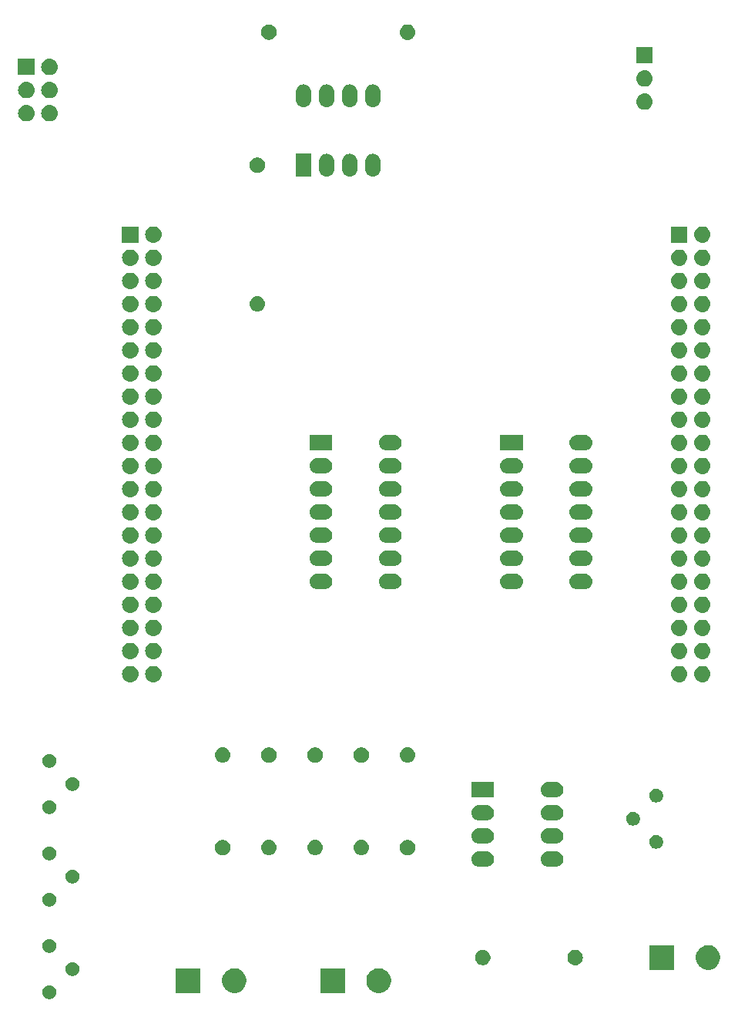
<source format=gbr>
%TF.GenerationSoftware,KiCad,Pcbnew,(5.0.1)-4*%
%TF.CreationDate,2021-03-18T16:30:48+01:00*%
%TF.ProjectId,carteDmx512,6361727465446D783531322E6B696361,rev?*%
%TF.SameCoordinates,Original*%
%TF.FileFunction,Soldermask,Bot*%
%TF.FilePolarity,Negative*%
%FSLAX46Y46*%
G04 Gerber Fmt 4.6, Leading zero omitted, Abs format (unit mm)*
G04 Created by KiCad (PCBNEW (5.0.1)-4) date 18/03/2021 16:30:48*
%MOMM*%
%LPD*%
G01*
G04 APERTURE LIST*
%ADD10C,0.100000*%
G04 APERTURE END LIST*
D10*
G36*
X196439601Y-156104590D02*
X196579731Y-156162634D01*
X196705850Y-156246904D01*
X196813096Y-156354150D01*
X196897366Y-156480269D01*
X196955410Y-156620399D01*
X196985000Y-156769160D01*
X196985000Y-156920840D01*
X196955410Y-157069601D01*
X196897366Y-157209731D01*
X196813096Y-157335850D01*
X196705850Y-157443096D01*
X196579731Y-157527366D01*
X196439601Y-157585410D01*
X196290840Y-157615000D01*
X196139160Y-157615000D01*
X195990399Y-157585410D01*
X195850269Y-157527366D01*
X195724150Y-157443096D01*
X195616904Y-157335850D01*
X195532634Y-157209731D01*
X195474590Y-157069601D01*
X195445000Y-156920840D01*
X195445000Y-156769160D01*
X195474590Y-156620399D01*
X195532634Y-156480269D01*
X195616904Y-156354150D01*
X195724150Y-156246904D01*
X195850269Y-156162634D01*
X195990399Y-156104590D01*
X196139160Y-156075000D01*
X196290840Y-156075000D01*
X196439601Y-156104590D01*
X196439601Y-156104590D01*
G37*
G36*
X216928778Y-154276879D02*
X217174466Y-154378646D01*
X217395578Y-154526389D01*
X217583611Y-154714422D01*
X217731354Y-154935534D01*
X217833121Y-155181222D01*
X217885000Y-155442035D01*
X217885000Y-155707965D01*
X217833121Y-155968778D01*
X217731354Y-156214466D01*
X217583611Y-156435578D01*
X217395578Y-156623611D01*
X217174466Y-156771354D01*
X216928778Y-156873121D01*
X216667965Y-156925000D01*
X216402035Y-156925000D01*
X216141222Y-156873121D01*
X215895534Y-156771354D01*
X215674422Y-156623611D01*
X215486389Y-156435578D01*
X215338646Y-156214466D01*
X215236879Y-155968778D01*
X215185000Y-155707965D01*
X215185000Y-155442035D01*
X215236879Y-155181222D01*
X215338646Y-154935534D01*
X215486389Y-154714422D01*
X215674422Y-154526389D01*
X215895534Y-154378646D01*
X216141222Y-154276879D01*
X216402035Y-154225000D01*
X216667965Y-154225000D01*
X216928778Y-154276879D01*
X216928778Y-154276879D01*
G37*
G36*
X228680000Y-156925000D02*
X225980000Y-156925000D01*
X225980000Y-154225000D01*
X228680000Y-154225000D01*
X228680000Y-156925000D01*
X228680000Y-156925000D01*
G37*
G36*
X232803778Y-154276879D02*
X233049466Y-154378646D01*
X233270578Y-154526389D01*
X233458611Y-154714422D01*
X233606354Y-154935534D01*
X233708121Y-155181222D01*
X233760000Y-155442035D01*
X233760000Y-155707965D01*
X233708121Y-155968778D01*
X233606354Y-156214466D01*
X233458611Y-156435578D01*
X233270578Y-156623611D01*
X233049466Y-156771354D01*
X232803778Y-156873121D01*
X232542965Y-156925000D01*
X232277035Y-156925000D01*
X232016222Y-156873121D01*
X231770534Y-156771354D01*
X231549422Y-156623611D01*
X231361389Y-156435578D01*
X231213646Y-156214466D01*
X231111879Y-155968778D01*
X231060000Y-155707965D01*
X231060000Y-155442035D01*
X231111879Y-155181222D01*
X231213646Y-154935534D01*
X231361389Y-154714422D01*
X231549422Y-154526389D01*
X231770534Y-154378646D01*
X232016222Y-154276879D01*
X232277035Y-154225000D01*
X232542965Y-154225000D01*
X232803778Y-154276879D01*
X232803778Y-154276879D01*
G37*
G36*
X212805000Y-156925000D02*
X210105000Y-156925000D01*
X210105000Y-154225000D01*
X212805000Y-154225000D01*
X212805000Y-156925000D01*
X212805000Y-156925000D01*
G37*
G36*
X198979601Y-153564590D02*
X199119731Y-153622634D01*
X199245850Y-153706904D01*
X199353096Y-153814150D01*
X199437366Y-153940269D01*
X199495410Y-154080399D01*
X199525000Y-154229160D01*
X199525000Y-154380840D01*
X199495410Y-154529601D01*
X199437366Y-154669731D01*
X199353096Y-154795850D01*
X199245850Y-154903096D01*
X199119731Y-154987366D01*
X198979601Y-155045410D01*
X198830840Y-155075000D01*
X198679160Y-155075000D01*
X198530399Y-155045410D01*
X198390269Y-154987366D01*
X198264150Y-154903096D01*
X198156904Y-154795850D01*
X198072634Y-154669731D01*
X198014590Y-154529601D01*
X197985000Y-154380840D01*
X197985000Y-154229160D01*
X198014590Y-154080399D01*
X198072634Y-153940269D01*
X198156904Y-153814150D01*
X198264150Y-153706904D01*
X198390269Y-153622634D01*
X198530399Y-153564590D01*
X198679160Y-153535000D01*
X198830840Y-153535000D01*
X198979601Y-153564590D01*
X198979601Y-153564590D01*
G37*
G36*
X268998778Y-151736879D02*
X269244466Y-151838646D01*
X269465578Y-151986389D01*
X269653611Y-152174422D01*
X269801354Y-152395534D01*
X269903121Y-152641222D01*
X269955000Y-152902035D01*
X269955000Y-153167965D01*
X269903121Y-153428778D01*
X269801354Y-153674466D01*
X269653611Y-153895578D01*
X269465578Y-154083611D01*
X269244466Y-154231354D01*
X268998778Y-154333121D01*
X268737965Y-154385000D01*
X268472035Y-154385000D01*
X268211222Y-154333121D01*
X267965534Y-154231354D01*
X267744422Y-154083611D01*
X267556389Y-153895578D01*
X267408646Y-153674466D01*
X267306879Y-153428778D01*
X267255000Y-153167965D01*
X267255000Y-152902035D01*
X267306879Y-152641222D01*
X267408646Y-152395534D01*
X267556389Y-152174422D01*
X267744422Y-151986389D01*
X267965534Y-151838646D01*
X268211222Y-151736879D01*
X268472035Y-151685000D01*
X268737965Y-151685000D01*
X268998778Y-151736879D01*
X268998778Y-151736879D01*
G37*
G36*
X264875000Y-154385000D02*
X262175000Y-154385000D01*
X262175000Y-151685000D01*
X264875000Y-151685000D01*
X264875000Y-154385000D01*
X264875000Y-154385000D01*
G37*
G36*
X244087934Y-152217664D02*
X244242627Y-152281740D01*
X244381847Y-152374764D01*
X244500236Y-152493153D01*
X244593260Y-152632373D01*
X244657336Y-152787066D01*
X244690000Y-152951281D01*
X244690000Y-153118719D01*
X244657336Y-153282934D01*
X244593260Y-153437627D01*
X244500236Y-153576847D01*
X244381847Y-153695236D01*
X244242627Y-153788260D01*
X244087934Y-153852336D01*
X243923719Y-153885000D01*
X243756281Y-153885000D01*
X243592066Y-153852336D01*
X243437373Y-153788260D01*
X243298153Y-153695236D01*
X243179764Y-153576847D01*
X243086740Y-153437627D01*
X243022664Y-153282934D01*
X242990000Y-153118719D01*
X242990000Y-152951281D01*
X243022664Y-152787066D01*
X243086740Y-152632373D01*
X243179764Y-152493153D01*
X243298153Y-152374764D01*
X243437373Y-152281740D01*
X243592066Y-152217664D01*
X243756281Y-152185000D01*
X243923719Y-152185000D01*
X244087934Y-152217664D01*
X244087934Y-152217664D01*
G37*
G36*
X254166630Y-152197299D02*
X254326855Y-152245903D01*
X254474520Y-152324831D01*
X254603949Y-152431051D01*
X254710169Y-152560480D01*
X254789097Y-152708145D01*
X254837701Y-152868370D01*
X254854112Y-153035000D01*
X254837701Y-153201630D01*
X254789097Y-153361855D01*
X254710169Y-153509520D01*
X254603949Y-153638949D01*
X254474520Y-153745169D01*
X254326855Y-153824097D01*
X254166630Y-153872701D01*
X254041752Y-153885000D01*
X253958248Y-153885000D01*
X253833370Y-153872701D01*
X253673145Y-153824097D01*
X253525480Y-153745169D01*
X253396051Y-153638949D01*
X253289831Y-153509520D01*
X253210903Y-153361855D01*
X253162299Y-153201630D01*
X253145888Y-153035000D01*
X253162299Y-152868370D01*
X253210903Y-152708145D01*
X253289831Y-152560480D01*
X253396051Y-152431051D01*
X253525480Y-152324831D01*
X253673145Y-152245903D01*
X253833370Y-152197299D01*
X253958248Y-152185000D01*
X254041752Y-152185000D01*
X254166630Y-152197299D01*
X254166630Y-152197299D01*
G37*
G36*
X196439601Y-151024590D02*
X196579731Y-151082634D01*
X196705850Y-151166904D01*
X196813096Y-151274150D01*
X196897366Y-151400269D01*
X196955410Y-151540399D01*
X196985000Y-151689160D01*
X196985000Y-151840840D01*
X196955410Y-151989601D01*
X196897366Y-152129731D01*
X196813096Y-152255850D01*
X196705850Y-152363096D01*
X196579731Y-152447366D01*
X196439601Y-152505410D01*
X196290840Y-152535000D01*
X196139160Y-152535000D01*
X195990399Y-152505410D01*
X195850269Y-152447366D01*
X195724150Y-152363096D01*
X195616904Y-152255850D01*
X195532634Y-152129731D01*
X195474590Y-151989601D01*
X195445000Y-151840840D01*
X195445000Y-151689160D01*
X195474590Y-151540399D01*
X195532634Y-151400269D01*
X195616904Y-151274150D01*
X195724150Y-151166904D01*
X195850269Y-151082634D01*
X195990399Y-151024590D01*
X196139160Y-150995000D01*
X196290840Y-150995000D01*
X196439601Y-151024590D01*
X196439601Y-151024590D01*
G37*
G36*
X196439601Y-145944590D02*
X196579731Y-146002634D01*
X196705850Y-146086904D01*
X196813096Y-146194150D01*
X196897366Y-146320269D01*
X196955410Y-146460399D01*
X196985000Y-146609160D01*
X196985000Y-146760840D01*
X196955410Y-146909601D01*
X196897366Y-147049731D01*
X196813096Y-147175850D01*
X196705850Y-147283096D01*
X196579731Y-147367366D01*
X196439601Y-147425410D01*
X196290840Y-147455000D01*
X196139160Y-147455000D01*
X195990399Y-147425410D01*
X195850269Y-147367366D01*
X195724150Y-147283096D01*
X195616904Y-147175850D01*
X195532634Y-147049731D01*
X195474590Y-146909601D01*
X195445000Y-146760840D01*
X195445000Y-146609160D01*
X195474590Y-146460399D01*
X195532634Y-146320269D01*
X195616904Y-146194150D01*
X195724150Y-146086904D01*
X195850269Y-146002634D01*
X195990399Y-145944590D01*
X196139160Y-145915000D01*
X196290840Y-145915000D01*
X196439601Y-145944590D01*
X196439601Y-145944590D01*
G37*
G36*
X198979601Y-143404590D02*
X199119731Y-143462634D01*
X199245850Y-143546904D01*
X199353096Y-143654150D01*
X199437366Y-143780269D01*
X199495410Y-143920399D01*
X199525000Y-144069160D01*
X199525000Y-144220840D01*
X199495410Y-144369601D01*
X199437366Y-144509731D01*
X199353096Y-144635850D01*
X199245850Y-144743096D01*
X199119731Y-144827366D01*
X198979601Y-144885410D01*
X198830840Y-144915000D01*
X198679160Y-144915000D01*
X198530399Y-144885410D01*
X198390269Y-144827366D01*
X198264150Y-144743096D01*
X198156904Y-144635850D01*
X198072634Y-144509731D01*
X198014590Y-144369601D01*
X197985000Y-144220840D01*
X197985000Y-144069160D01*
X198014590Y-143920399D01*
X198072634Y-143780269D01*
X198156904Y-143654150D01*
X198264150Y-143546904D01*
X198390269Y-143462634D01*
X198530399Y-143404590D01*
X198679160Y-143375000D01*
X198830840Y-143375000D01*
X198979601Y-143404590D01*
X198979601Y-143404590D01*
G37*
G36*
X252026630Y-141402299D02*
X252186855Y-141450903D01*
X252334520Y-141529831D01*
X252463949Y-141636051D01*
X252570169Y-141765480D01*
X252649097Y-141913145D01*
X252697701Y-142073370D01*
X252714112Y-142240000D01*
X252697701Y-142406630D01*
X252649097Y-142566855D01*
X252570169Y-142714520D01*
X252463949Y-142843949D01*
X252334520Y-142950169D01*
X252186855Y-143029097D01*
X252026630Y-143077701D01*
X251901752Y-143090000D01*
X251018248Y-143090000D01*
X250893370Y-143077701D01*
X250733145Y-143029097D01*
X250585480Y-142950169D01*
X250456051Y-142843949D01*
X250349831Y-142714520D01*
X250270903Y-142566855D01*
X250222299Y-142406630D01*
X250205888Y-142240000D01*
X250222299Y-142073370D01*
X250270903Y-141913145D01*
X250349831Y-141765480D01*
X250456051Y-141636051D01*
X250585480Y-141529831D01*
X250733145Y-141450903D01*
X250893370Y-141402299D01*
X251018248Y-141390000D01*
X251901752Y-141390000D01*
X252026630Y-141402299D01*
X252026630Y-141402299D01*
G37*
G36*
X244406630Y-141402299D02*
X244566855Y-141450903D01*
X244714520Y-141529831D01*
X244843949Y-141636051D01*
X244950169Y-141765480D01*
X245029097Y-141913145D01*
X245077701Y-142073370D01*
X245094112Y-142240000D01*
X245077701Y-142406630D01*
X245029097Y-142566855D01*
X244950169Y-142714520D01*
X244843949Y-142843949D01*
X244714520Y-142950169D01*
X244566855Y-143029097D01*
X244406630Y-143077701D01*
X244281752Y-143090000D01*
X243398248Y-143090000D01*
X243273370Y-143077701D01*
X243113145Y-143029097D01*
X242965480Y-142950169D01*
X242836051Y-142843949D01*
X242729831Y-142714520D01*
X242650903Y-142566855D01*
X242602299Y-142406630D01*
X242585888Y-142240000D01*
X242602299Y-142073370D01*
X242650903Y-141913145D01*
X242729831Y-141765480D01*
X242836051Y-141636051D01*
X242965480Y-141529831D01*
X243113145Y-141450903D01*
X243273370Y-141402299D01*
X243398248Y-141390000D01*
X244281752Y-141390000D01*
X244406630Y-141402299D01*
X244406630Y-141402299D01*
G37*
G36*
X196439601Y-140864590D02*
X196579731Y-140922634D01*
X196705850Y-141006904D01*
X196813096Y-141114150D01*
X196897366Y-141240269D01*
X196955410Y-141380399D01*
X196985000Y-141529160D01*
X196985000Y-141680840D01*
X196955410Y-141829601D01*
X196897366Y-141969731D01*
X196813096Y-142095850D01*
X196705850Y-142203096D01*
X196579731Y-142287366D01*
X196439601Y-142345410D01*
X196290840Y-142375000D01*
X196139160Y-142375000D01*
X195990399Y-142345410D01*
X195850269Y-142287366D01*
X195724150Y-142203096D01*
X195616904Y-142095850D01*
X195532634Y-141969731D01*
X195474590Y-141829601D01*
X195445000Y-141680840D01*
X195445000Y-141529160D01*
X195474590Y-141380399D01*
X195532634Y-141240269D01*
X195616904Y-141114150D01*
X195724150Y-141006904D01*
X195850269Y-140922634D01*
X195990399Y-140864590D01*
X196139160Y-140835000D01*
X196290840Y-140835000D01*
X196439601Y-140864590D01*
X196439601Y-140864590D01*
G37*
G36*
X220511630Y-140132299D02*
X220671855Y-140180903D01*
X220819520Y-140259831D01*
X220948949Y-140366051D01*
X221055169Y-140495480D01*
X221134097Y-140643145D01*
X221182701Y-140803370D01*
X221199112Y-140970000D01*
X221182701Y-141136630D01*
X221134097Y-141296855D01*
X221055169Y-141444520D01*
X220948949Y-141573949D01*
X220819520Y-141680169D01*
X220671855Y-141759097D01*
X220511630Y-141807701D01*
X220386752Y-141820000D01*
X220303248Y-141820000D01*
X220178370Y-141807701D01*
X220018145Y-141759097D01*
X219870480Y-141680169D01*
X219741051Y-141573949D01*
X219634831Y-141444520D01*
X219555903Y-141296855D01*
X219507299Y-141136630D01*
X219490888Y-140970000D01*
X219507299Y-140803370D01*
X219555903Y-140643145D01*
X219634831Y-140495480D01*
X219741051Y-140366051D01*
X219870480Y-140259831D01*
X220018145Y-140180903D01*
X220178370Y-140132299D01*
X220303248Y-140120000D01*
X220386752Y-140120000D01*
X220511630Y-140132299D01*
X220511630Y-140132299D01*
G37*
G36*
X235832934Y-140152664D02*
X235987627Y-140216740D01*
X236126847Y-140309764D01*
X236245236Y-140428153D01*
X236338260Y-140567373D01*
X236402336Y-140722066D01*
X236435000Y-140886281D01*
X236435000Y-141053719D01*
X236402336Y-141217934D01*
X236338260Y-141372627D01*
X236245236Y-141511847D01*
X236126847Y-141630236D01*
X235987627Y-141723260D01*
X235832934Y-141787336D01*
X235668719Y-141820000D01*
X235501281Y-141820000D01*
X235337066Y-141787336D01*
X235182373Y-141723260D01*
X235043153Y-141630236D01*
X234924764Y-141511847D01*
X234831740Y-141372627D01*
X234767664Y-141217934D01*
X234735000Y-141053719D01*
X234735000Y-140886281D01*
X234767664Y-140722066D01*
X234831740Y-140567373D01*
X234924764Y-140428153D01*
X235043153Y-140309764D01*
X235182373Y-140216740D01*
X235337066Y-140152664D01*
X235501281Y-140120000D01*
X235668719Y-140120000D01*
X235832934Y-140152664D01*
X235832934Y-140152664D01*
G37*
G36*
X215512934Y-140152664D02*
X215667627Y-140216740D01*
X215806847Y-140309764D01*
X215925236Y-140428153D01*
X216018260Y-140567373D01*
X216082336Y-140722066D01*
X216115000Y-140886281D01*
X216115000Y-141053719D01*
X216082336Y-141217934D01*
X216018260Y-141372627D01*
X215925236Y-141511847D01*
X215806847Y-141630236D01*
X215667627Y-141723260D01*
X215512934Y-141787336D01*
X215348719Y-141820000D01*
X215181281Y-141820000D01*
X215017066Y-141787336D01*
X214862373Y-141723260D01*
X214723153Y-141630236D01*
X214604764Y-141511847D01*
X214511740Y-141372627D01*
X214447664Y-141217934D01*
X214415000Y-141053719D01*
X214415000Y-140886281D01*
X214447664Y-140722066D01*
X214511740Y-140567373D01*
X214604764Y-140428153D01*
X214723153Y-140309764D01*
X214862373Y-140216740D01*
X215017066Y-140152664D01*
X215181281Y-140120000D01*
X215348719Y-140120000D01*
X215512934Y-140152664D01*
X215512934Y-140152664D01*
G37*
G36*
X230671630Y-140132299D02*
X230831855Y-140180903D01*
X230979520Y-140259831D01*
X231108949Y-140366051D01*
X231215169Y-140495480D01*
X231294097Y-140643145D01*
X231342701Y-140803370D01*
X231359112Y-140970000D01*
X231342701Y-141136630D01*
X231294097Y-141296855D01*
X231215169Y-141444520D01*
X231108949Y-141573949D01*
X230979520Y-141680169D01*
X230831855Y-141759097D01*
X230671630Y-141807701D01*
X230546752Y-141820000D01*
X230463248Y-141820000D01*
X230338370Y-141807701D01*
X230178145Y-141759097D01*
X230030480Y-141680169D01*
X229901051Y-141573949D01*
X229794831Y-141444520D01*
X229715903Y-141296855D01*
X229667299Y-141136630D01*
X229650888Y-140970000D01*
X229667299Y-140803370D01*
X229715903Y-140643145D01*
X229794831Y-140495480D01*
X229901051Y-140366051D01*
X230030480Y-140259831D01*
X230178145Y-140180903D01*
X230338370Y-140132299D01*
X230463248Y-140120000D01*
X230546752Y-140120000D01*
X230671630Y-140132299D01*
X230671630Y-140132299D01*
G37*
G36*
X225591630Y-140132299D02*
X225751855Y-140180903D01*
X225899520Y-140259831D01*
X226028949Y-140366051D01*
X226135169Y-140495480D01*
X226214097Y-140643145D01*
X226262701Y-140803370D01*
X226279112Y-140970000D01*
X226262701Y-141136630D01*
X226214097Y-141296855D01*
X226135169Y-141444520D01*
X226028949Y-141573949D01*
X225899520Y-141680169D01*
X225751855Y-141759097D01*
X225591630Y-141807701D01*
X225466752Y-141820000D01*
X225383248Y-141820000D01*
X225258370Y-141807701D01*
X225098145Y-141759097D01*
X224950480Y-141680169D01*
X224821051Y-141573949D01*
X224714831Y-141444520D01*
X224635903Y-141296855D01*
X224587299Y-141136630D01*
X224570888Y-140970000D01*
X224587299Y-140803370D01*
X224635903Y-140643145D01*
X224714831Y-140495480D01*
X224821051Y-140366051D01*
X224950480Y-140259831D01*
X225098145Y-140180903D01*
X225258370Y-140132299D01*
X225383248Y-140120000D01*
X225466752Y-140120000D01*
X225591630Y-140132299D01*
X225591630Y-140132299D01*
G37*
G36*
X263114601Y-139594590D02*
X263254731Y-139652634D01*
X263380850Y-139736904D01*
X263488096Y-139844150D01*
X263572366Y-139970269D01*
X263630410Y-140110399D01*
X263660000Y-140259160D01*
X263660000Y-140410840D01*
X263630410Y-140559601D01*
X263572366Y-140699731D01*
X263488096Y-140825850D01*
X263380850Y-140933096D01*
X263254731Y-141017366D01*
X263114601Y-141075410D01*
X262965840Y-141105000D01*
X262814160Y-141105000D01*
X262665399Y-141075410D01*
X262525269Y-141017366D01*
X262399150Y-140933096D01*
X262291904Y-140825850D01*
X262207634Y-140699731D01*
X262149590Y-140559601D01*
X262120000Y-140410840D01*
X262120000Y-140259160D01*
X262149590Y-140110399D01*
X262207634Y-139970269D01*
X262291904Y-139844150D01*
X262399150Y-139736904D01*
X262525269Y-139652634D01*
X262665399Y-139594590D01*
X262814160Y-139565000D01*
X262965840Y-139565000D01*
X263114601Y-139594590D01*
X263114601Y-139594590D01*
G37*
G36*
X252026630Y-138862299D02*
X252186855Y-138910903D01*
X252334520Y-138989831D01*
X252463949Y-139096051D01*
X252570169Y-139225480D01*
X252649097Y-139373145D01*
X252697701Y-139533370D01*
X252714112Y-139700000D01*
X252697701Y-139866630D01*
X252649097Y-140026855D01*
X252570169Y-140174520D01*
X252463949Y-140303949D01*
X252334520Y-140410169D01*
X252186855Y-140489097D01*
X252026630Y-140537701D01*
X251901752Y-140550000D01*
X251018248Y-140550000D01*
X250893370Y-140537701D01*
X250733145Y-140489097D01*
X250585480Y-140410169D01*
X250456051Y-140303949D01*
X250349831Y-140174520D01*
X250270903Y-140026855D01*
X250222299Y-139866630D01*
X250205888Y-139700000D01*
X250222299Y-139533370D01*
X250270903Y-139373145D01*
X250349831Y-139225480D01*
X250456051Y-139096051D01*
X250585480Y-138989831D01*
X250733145Y-138910903D01*
X250893370Y-138862299D01*
X251018248Y-138850000D01*
X251901752Y-138850000D01*
X252026630Y-138862299D01*
X252026630Y-138862299D01*
G37*
G36*
X244406630Y-138862299D02*
X244566855Y-138910903D01*
X244714520Y-138989831D01*
X244843949Y-139096051D01*
X244950169Y-139225480D01*
X245029097Y-139373145D01*
X245077701Y-139533370D01*
X245094112Y-139700000D01*
X245077701Y-139866630D01*
X245029097Y-140026855D01*
X244950169Y-140174520D01*
X244843949Y-140303949D01*
X244714520Y-140410169D01*
X244566855Y-140489097D01*
X244406630Y-140537701D01*
X244281752Y-140550000D01*
X243398248Y-140550000D01*
X243273370Y-140537701D01*
X243113145Y-140489097D01*
X242965480Y-140410169D01*
X242836051Y-140303949D01*
X242729831Y-140174520D01*
X242650903Y-140026855D01*
X242602299Y-139866630D01*
X242585888Y-139700000D01*
X242602299Y-139533370D01*
X242650903Y-139373145D01*
X242729831Y-139225480D01*
X242836051Y-139096051D01*
X242965480Y-138989831D01*
X243113145Y-138910903D01*
X243273370Y-138862299D01*
X243398248Y-138850000D01*
X244281752Y-138850000D01*
X244406630Y-138862299D01*
X244406630Y-138862299D01*
G37*
G36*
X260574601Y-137054590D02*
X260714731Y-137112634D01*
X260840850Y-137196904D01*
X260948096Y-137304150D01*
X261032366Y-137430269D01*
X261090410Y-137570399D01*
X261120000Y-137719160D01*
X261120000Y-137870840D01*
X261090410Y-138019601D01*
X261032366Y-138159731D01*
X260948096Y-138285850D01*
X260840850Y-138393096D01*
X260714731Y-138477366D01*
X260574601Y-138535410D01*
X260425840Y-138565000D01*
X260274160Y-138565000D01*
X260125399Y-138535410D01*
X259985269Y-138477366D01*
X259859150Y-138393096D01*
X259751904Y-138285850D01*
X259667634Y-138159731D01*
X259609590Y-138019601D01*
X259580000Y-137870840D01*
X259580000Y-137719160D01*
X259609590Y-137570399D01*
X259667634Y-137430269D01*
X259751904Y-137304150D01*
X259859150Y-137196904D01*
X259985269Y-137112634D01*
X260125399Y-137054590D01*
X260274160Y-137025000D01*
X260425840Y-137025000D01*
X260574601Y-137054590D01*
X260574601Y-137054590D01*
G37*
G36*
X244406630Y-136322299D02*
X244566855Y-136370903D01*
X244714520Y-136449831D01*
X244843949Y-136556051D01*
X244950169Y-136685480D01*
X245029097Y-136833145D01*
X245077701Y-136993370D01*
X245094112Y-137160000D01*
X245077701Y-137326630D01*
X245029097Y-137486855D01*
X244950169Y-137634520D01*
X244843949Y-137763949D01*
X244714520Y-137870169D01*
X244566855Y-137949097D01*
X244406630Y-137997701D01*
X244281752Y-138010000D01*
X243398248Y-138010000D01*
X243273370Y-137997701D01*
X243113145Y-137949097D01*
X242965480Y-137870169D01*
X242836051Y-137763949D01*
X242729831Y-137634520D01*
X242650903Y-137486855D01*
X242602299Y-137326630D01*
X242585888Y-137160000D01*
X242602299Y-136993370D01*
X242650903Y-136833145D01*
X242729831Y-136685480D01*
X242836051Y-136556051D01*
X242965480Y-136449831D01*
X243113145Y-136370903D01*
X243273370Y-136322299D01*
X243398248Y-136310000D01*
X244281752Y-136310000D01*
X244406630Y-136322299D01*
X244406630Y-136322299D01*
G37*
G36*
X252026630Y-136322299D02*
X252186855Y-136370903D01*
X252334520Y-136449831D01*
X252463949Y-136556051D01*
X252570169Y-136685480D01*
X252649097Y-136833145D01*
X252697701Y-136993370D01*
X252714112Y-137160000D01*
X252697701Y-137326630D01*
X252649097Y-137486855D01*
X252570169Y-137634520D01*
X252463949Y-137763949D01*
X252334520Y-137870169D01*
X252186855Y-137949097D01*
X252026630Y-137997701D01*
X251901752Y-138010000D01*
X251018248Y-138010000D01*
X250893370Y-137997701D01*
X250733145Y-137949097D01*
X250585480Y-137870169D01*
X250456051Y-137763949D01*
X250349831Y-137634520D01*
X250270903Y-137486855D01*
X250222299Y-137326630D01*
X250205888Y-137160000D01*
X250222299Y-136993370D01*
X250270903Y-136833145D01*
X250349831Y-136685480D01*
X250456051Y-136556051D01*
X250585480Y-136449831D01*
X250733145Y-136370903D01*
X250893370Y-136322299D01*
X251018248Y-136310000D01*
X251901752Y-136310000D01*
X252026630Y-136322299D01*
X252026630Y-136322299D01*
G37*
G36*
X196439601Y-135784590D02*
X196579731Y-135842634D01*
X196705850Y-135926904D01*
X196813096Y-136034150D01*
X196897366Y-136160269D01*
X196955410Y-136300399D01*
X196985000Y-136449160D01*
X196985000Y-136600840D01*
X196955410Y-136749601D01*
X196897366Y-136889731D01*
X196813096Y-137015850D01*
X196705850Y-137123096D01*
X196579731Y-137207366D01*
X196439601Y-137265410D01*
X196290840Y-137295000D01*
X196139160Y-137295000D01*
X195990399Y-137265410D01*
X195850269Y-137207366D01*
X195724150Y-137123096D01*
X195616904Y-137015850D01*
X195532634Y-136889731D01*
X195474590Y-136749601D01*
X195445000Y-136600840D01*
X195445000Y-136449160D01*
X195474590Y-136300399D01*
X195532634Y-136160269D01*
X195616904Y-136034150D01*
X195724150Y-135926904D01*
X195850269Y-135842634D01*
X195990399Y-135784590D01*
X196139160Y-135755000D01*
X196290840Y-135755000D01*
X196439601Y-135784590D01*
X196439601Y-135784590D01*
G37*
G36*
X263114601Y-134514590D02*
X263254731Y-134572634D01*
X263380850Y-134656904D01*
X263488096Y-134764150D01*
X263572366Y-134890269D01*
X263630410Y-135030399D01*
X263660000Y-135179160D01*
X263660000Y-135330840D01*
X263630410Y-135479601D01*
X263572366Y-135619731D01*
X263488096Y-135745850D01*
X263380850Y-135853096D01*
X263254731Y-135937366D01*
X263114601Y-135995410D01*
X262965840Y-136025000D01*
X262814160Y-136025000D01*
X262665399Y-135995410D01*
X262525269Y-135937366D01*
X262399150Y-135853096D01*
X262291904Y-135745850D01*
X262207634Y-135619731D01*
X262149590Y-135479601D01*
X262120000Y-135330840D01*
X262120000Y-135179160D01*
X262149590Y-135030399D01*
X262207634Y-134890269D01*
X262291904Y-134764150D01*
X262399150Y-134656904D01*
X262525269Y-134572634D01*
X262665399Y-134514590D01*
X262814160Y-134485000D01*
X262965840Y-134485000D01*
X263114601Y-134514590D01*
X263114601Y-134514590D01*
G37*
G36*
X252026630Y-133782299D02*
X252186855Y-133830903D01*
X252334520Y-133909831D01*
X252463949Y-134016051D01*
X252570169Y-134145480D01*
X252649097Y-134293145D01*
X252697701Y-134453370D01*
X252714112Y-134620000D01*
X252697701Y-134786630D01*
X252649097Y-134946855D01*
X252570169Y-135094520D01*
X252463949Y-135223949D01*
X252334520Y-135330169D01*
X252186855Y-135409097D01*
X252026630Y-135457701D01*
X251901752Y-135470000D01*
X251018248Y-135470000D01*
X250893370Y-135457701D01*
X250733145Y-135409097D01*
X250585480Y-135330169D01*
X250456051Y-135223949D01*
X250349831Y-135094520D01*
X250270903Y-134946855D01*
X250222299Y-134786630D01*
X250205888Y-134620000D01*
X250222299Y-134453370D01*
X250270903Y-134293145D01*
X250349831Y-134145480D01*
X250456051Y-134016051D01*
X250585480Y-133909831D01*
X250733145Y-133830903D01*
X250893370Y-133782299D01*
X251018248Y-133770000D01*
X251901752Y-133770000D01*
X252026630Y-133782299D01*
X252026630Y-133782299D01*
G37*
G36*
X245090000Y-135470000D02*
X242590000Y-135470000D01*
X242590000Y-133770000D01*
X245090000Y-133770000D01*
X245090000Y-135470000D01*
X245090000Y-135470000D01*
G37*
G36*
X198979601Y-133244590D02*
X199119731Y-133302634D01*
X199245850Y-133386904D01*
X199353096Y-133494150D01*
X199437366Y-133620269D01*
X199495410Y-133760399D01*
X199525000Y-133909160D01*
X199525000Y-134060840D01*
X199495410Y-134209601D01*
X199437366Y-134349731D01*
X199353096Y-134475850D01*
X199245850Y-134583096D01*
X199119731Y-134667366D01*
X198979601Y-134725410D01*
X198830840Y-134755000D01*
X198679160Y-134755000D01*
X198530399Y-134725410D01*
X198390269Y-134667366D01*
X198264150Y-134583096D01*
X198156904Y-134475850D01*
X198072634Y-134349731D01*
X198014590Y-134209601D01*
X197985000Y-134060840D01*
X197985000Y-133909160D01*
X198014590Y-133760399D01*
X198072634Y-133620269D01*
X198156904Y-133494150D01*
X198264150Y-133386904D01*
X198390269Y-133302634D01*
X198530399Y-133244590D01*
X198679160Y-133215000D01*
X198830840Y-133215000D01*
X198979601Y-133244590D01*
X198979601Y-133244590D01*
G37*
G36*
X196439601Y-130704590D02*
X196579731Y-130762634D01*
X196705850Y-130846904D01*
X196813096Y-130954150D01*
X196897366Y-131080269D01*
X196955410Y-131220399D01*
X196985000Y-131369160D01*
X196985000Y-131520840D01*
X196955410Y-131669601D01*
X196897366Y-131809731D01*
X196813096Y-131935850D01*
X196705850Y-132043096D01*
X196579731Y-132127366D01*
X196439601Y-132185410D01*
X196290840Y-132215000D01*
X196139160Y-132215000D01*
X195990399Y-132185410D01*
X195850269Y-132127366D01*
X195724150Y-132043096D01*
X195616904Y-131935850D01*
X195532634Y-131809731D01*
X195474590Y-131669601D01*
X195445000Y-131520840D01*
X195445000Y-131369160D01*
X195474590Y-131220399D01*
X195532634Y-131080269D01*
X195616904Y-130954150D01*
X195724150Y-130846904D01*
X195850269Y-130762634D01*
X195990399Y-130704590D01*
X196139160Y-130675000D01*
X196290840Y-130675000D01*
X196439601Y-130704590D01*
X196439601Y-130704590D01*
G37*
G36*
X225672934Y-129992664D02*
X225827627Y-130056740D01*
X225966847Y-130149764D01*
X226085236Y-130268153D01*
X226178260Y-130407373D01*
X226242336Y-130562066D01*
X226275000Y-130726281D01*
X226275000Y-130893719D01*
X226242336Y-131057934D01*
X226178260Y-131212627D01*
X226085236Y-131351847D01*
X225966847Y-131470236D01*
X225827627Y-131563260D01*
X225672934Y-131627336D01*
X225508719Y-131660000D01*
X225341281Y-131660000D01*
X225177066Y-131627336D01*
X225022373Y-131563260D01*
X224883153Y-131470236D01*
X224764764Y-131351847D01*
X224671740Y-131212627D01*
X224607664Y-131057934D01*
X224575000Y-130893719D01*
X224575000Y-130726281D01*
X224607664Y-130562066D01*
X224671740Y-130407373D01*
X224764764Y-130268153D01*
X224883153Y-130149764D01*
X225022373Y-130056740D01*
X225177066Y-129992664D01*
X225341281Y-129960000D01*
X225508719Y-129960000D01*
X225672934Y-129992664D01*
X225672934Y-129992664D01*
G37*
G36*
X235751630Y-129972299D02*
X235911855Y-130020903D01*
X236059520Y-130099831D01*
X236188949Y-130206051D01*
X236295169Y-130335480D01*
X236374097Y-130483145D01*
X236422701Y-130643370D01*
X236439112Y-130810000D01*
X236422701Y-130976630D01*
X236374097Y-131136855D01*
X236295169Y-131284520D01*
X236188949Y-131413949D01*
X236059520Y-131520169D01*
X235911855Y-131599097D01*
X235751630Y-131647701D01*
X235626752Y-131660000D01*
X235543248Y-131660000D01*
X235418370Y-131647701D01*
X235258145Y-131599097D01*
X235110480Y-131520169D01*
X234981051Y-131413949D01*
X234874831Y-131284520D01*
X234795903Y-131136855D01*
X234747299Y-130976630D01*
X234730888Y-130810000D01*
X234747299Y-130643370D01*
X234795903Y-130483145D01*
X234874831Y-130335480D01*
X234981051Y-130206051D01*
X235110480Y-130099831D01*
X235258145Y-130020903D01*
X235418370Y-129972299D01*
X235543248Y-129960000D01*
X235626752Y-129960000D01*
X235751630Y-129972299D01*
X235751630Y-129972299D01*
G37*
G36*
X215431630Y-129972299D02*
X215591855Y-130020903D01*
X215739520Y-130099831D01*
X215868949Y-130206051D01*
X215975169Y-130335480D01*
X216054097Y-130483145D01*
X216102701Y-130643370D01*
X216119112Y-130810000D01*
X216102701Y-130976630D01*
X216054097Y-131136855D01*
X215975169Y-131284520D01*
X215868949Y-131413949D01*
X215739520Y-131520169D01*
X215591855Y-131599097D01*
X215431630Y-131647701D01*
X215306752Y-131660000D01*
X215223248Y-131660000D01*
X215098370Y-131647701D01*
X214938145Y-131599097D01*
X214790480Y-131520169D01*
X214661051Y-131413949D01*
X214554831Y-131284520D01*
X214475903Y-131136855D01*
X214427299Y-130976630D01*
X214410888Y-130810000D01*
X214427299Y-130643370D01*
X214475903Y-130483145D01*
X214554831Y-130335480D01*
X214661051Y-130206051D01*
X214790480Y-130099831D01*
X214938145Y-130020903D01*
X215098370Y-129972299D01*
X215223248Y-129960000D01*
X215306752Y-129960000D01*
X215431630Y-129972299D01*
X215431630Y-129972299D01*
G37*
G36*
X230752934Y-129992664D02*
X230907627Y-130056740D01*
X231046847Y-130149764D01*
X231165236Y-130268153D01*
X231258260Y-130407373D01*
X231322336Y-130562066D01*
X231355000Y-130726281D01*
X231355000Y-130893719D01*
X231322336Y-131057934D01*
X231258260Y-131212627D01*
X231165236Y-131351847D01*
X231046847Y-131470236D01*
X230907627Y-131563260D01*
X230752934Y-131627336D01*
X230588719Y-131660000D01*
X230421281Y-131660000D01*
X230257066Y-131627336D01*
X230102373Y-131563260D01*
X229963153Y-131470236D01*
X229844764Y-131351847D01*
X229751740Y-131212627D01*
X229687664Y-131057934D01*
X229655000Y-130893719D01*
X229655000Y-130726281D01*
X229687664Y-130562066D01*
X229751740Y-130407373D01*
X229844764Y-130268153D01*
X229963153Y-130149764D01*
X230102373Y-130056740D01*
X230257066Y-129992664D01*
X230421281Y-129960000D01*
X230588719Y-129960000D01*
X230752934Y-129992664D01*
X230752934Y-129992664D01*
G37*
G36*
X220592934Y-129992664D02*
X220747627Y-130056740D01*
X220886847Y-130149764D01*
X221005236Y-130268153D01*
X221098260Y-130407373D01*
X221162336Y-130562066D01*
X221195000Y-130726281D01*
X221195000Y-130893719D01*
X221162336Y-131057934D01*
X221098260Y-131212627D01*
X221005236Y-131351847D01*
X220886847Y-131470236D01*
X220747627Y-131563260D01*
X220592934Y-131627336D01*
X220428719Y-131660000D01*
X220261281Y-131660000D01*
X220097066Y-131627336D01*
X219942373Y-131563260D01*
X219803153Y-131470236D01*
X219684764Y-131351847D01*
X219591740Y-131212627D01*
X219527664Y-131057934D01*
X219495000Y-130893719D01*
X219495000Y-130726281D01*
X219527664Y-130562066D01*
X219591740Y-130407373D01*
X219684764Y-130268153D01*
X219803153Y-130149764D01*
X219942373Y-130056740D01*
X220097066Y-129992664D01*
X220261281Y-129960000D01*
X220428719Y-129960000D01*
X220592934Y-129992664D01*
X220592934Y-129992664D01*
G37*
G36*
X265606432Y-121033022D02*
X265776081Y-121084485D01*
X265932433Y-121168056D01*
X266069475Y-121280525D01*
X266181944Y-121417567D01*
X266265515Y-121573919D01*
X266316978Y-121743568D01*
X266334354Y-121920000D01*
X266316978Y-122096432D01*
X266265515Y-122266081D01*
X266181944Y-122422433D01*
X266069475Y-122559475D01*
X265932433Y-122671944D01*
X265776081Y-122755515D01*
X265606432Y-122806978D01*
X265474211Y-122820000D01*
X265385789Y-122820000D01*
X265253568Y-122806978D01*
X265083919Y-122755515D01*
X264927567Y-122671944D01*
X264790525Y-122559475D01*
X264678056Y-122422433D01*
X264594485Y-122266081D01*
X264543022Y-122096432D01*
X264525646Y-121920000D01*
X264543022Y-121743568D01*
X264594485Y-121573919D01*
X264678056Y-121417567D01*
X264790525Y-121280525D01*
X264927567Y-121168056D01*
X265083919Y-121084485D01*
X265253568Y-121033022D01*
X265385789Y-121020000D01*
X265474211Y-121020000D01*
X265606432Y-121033022D01*
X265606432Y-121033022D01*
G37*
G36*
X268146432Y-121033022D02*
X268316081Y-121084485D01*
X268472433Y-121168056D01*
X268609475Y-121280525D01*
X268721944Y-121417567D01*
X268805515Y-121573919D01*
X268856978Y-121743568D01*
X268874354Y-121920000D01*
X268856978Y-122096432D01*
X268805515Y-122266081D01*
X268721944Y-122422433D01*
X268609475Y-122559475D01*
X268472433Y-122671944D01*
X268316081Y-122755515D01*
X268146432Y-122806978D01*
X268014211Y-122820000D01*
X267925789Y-122820000D01*
X267793568Y-122806978D01*
X267623919Y-122755515D01*
X267467567Y-122671944D01*
X267330525Y-122559475D01*
X267218056Y-122422433D01*
X267134485Y-122266081D01*
X267083022Y-122096432D01*
X267065646Y-121920000D01*
X267083022Y-121743568D01*
X267134485Y-121573919D01*
X267218056Y-121417567D01*
X267330525Y-121280525D01*
X267467567Y-121168056D01*
X267623919Y-121084485D01*
X267793568Y-121033022D01*
X267925789Y-121020000D01*
X268014211Y-121020000D01*
X268146432Y-121033022D01*
X268146432Y-121033022D01*
G37*
G36*
X207821432Y-121033022D02*
X207991081Y-121084485D01*
X208147433Y-121168056D01*
X208284475Y-121280525D01*
X208396944Y-121417567D01*
X208480515Y-121573919D01*
X208531978Y-121743568D01*
X208549354Y-121920000D01*
X208531978Y-122096432D01*
X208480515Y-122266081D01*
X208396944Y-122422433D01*
X208284475Y-122559475D01*
X208147433Y-122671944D01*
X207991081Y-122755515D01*
X207821432Y-122806978D01*
X207689211Y-122820000D01*
X207600789Y-122820000D01*
X207468568Y-122806978D01*
X207298919Y-122755515D01*
X207142567Y-122671944D01*
X207005525Y-122559475D01*
X206893056Y-122422433D01*
X206809485Y-122266081D01*
X206758022Y-122096432D01*
X206740646Y-121920000D01*
X206758022Y-121743568D01*
X206809485Y-121573919D01*
X206893056Y-121417567D01*
X207005525Y-121280525D01*
X207142567Y-121168056D01*
X207298919Y-121084485D01*
X207468568Y-121033022D01*
X207600789Y-121020000D01*
X207689211Y-121020000D01*
X207821432Y-121033022D01*
X207821432Y-121033022D01*
G37*
G36*
X205281432Y-121033022D02*
X205451081Y-121084485D01*
X205607433Y-121168056D01*
X205744475Y-121280525D01*
X205856944Y-121417567D01*
X205940515Y-121573919D01*
X205991978Y-121743568D01*
X206009354Y-121920000D01*
X205991978Y-122096432D01*
X205940515Y-122266081D01*
X205856944Y-122422433D01*
X205744475Y-122559475D01*
X205607433Y-122671944D01*
X205451081Y-122755515D01*
X205281432Y-122806978D01*
X205149211Y-122820000D01*
X205060789Y-122820000D01*
X204928568Y-122806978D01*
X204758919Y-122755515D01*
X204602567Y-122671944D01*
X204465525Y-122559475D01*
X204353056Y-122422433D01*
X204269485Y-122266081D01*
X204218022Y-122096432D01*
X204200646Y-121920000D01*
X204218022Y-121743568D01*
X204269485Y-121573919D01*
X204353056Y-121417567D01*
X204465525Y-121280525D01*
X204602567Y-121168056D01*
X204758919Y-121084485D01*
X204928568Y-121033022D01*
X205060789Y-121020000D01*
X205149211Y-121020000D01*
X205281432Y-121033022D01*
X205281432Y-121033022D01*
G37*
G36*
X268146432Y-118493022D02*
X268316081Y-118544485D01*
X268472433Y-118628056D01*
X268609475Y-118740525D01*
X268721944Y-118877567D01*
X268805515Y-119033919D01*
X268856978Y-119203568D01*
X268874354Y-119380000D01*
X268856978Y-119556432D01*
X268805515Y-119726081D01*
X268721944Y-119882433D01*
X268609475Y-120019475D01*
X268472433Y-120131944D01*
X268316081Y-120215515D01*
X268146432Y-120266978D01*
X268014211Y-120280000D01*
X267925789Y-120280000D01*
X267793568Y-120266978D01*
X267623919Y-120215515D01*
X267467567Y-120131944D01*
X267330525Y-120019475D01*
X267218056Y-119882433D01*
X267134485Y-119726081D01*
X267083022Y-119556432D01*
X267065646Y-119380000D01*
X267083022Y-119203568D01*
X267134485Y-119033919D01*
X267218056Y-118877567D01*
X267330525Y-118740525D01*
X267467567Y-118628056D01*
X267623919Y-118544485D01*
X267793568Y-118493022D01*
X267925789Y-118480000D01*
X268014211Y-118480000D01*
X268146432Y-118493022D01*
X268146432Y-118493022D01*
G37*
G36*
X205281432Y-118493022D02*
X205451081Y-118544485D01*
X205607433Y-118628056D01*
X205744475Y-118740525D01*
X205856944Y-118877567D01*
X205940515Y-119033919D01*
X205991978Y-119203568D01*
X206009354Y-119380000D01*
X205991978Y-119556432D01*
X205940515Y-119726081D01*
X205856944Y-119882433D01*
X205744475Y-120019475D01*
X205607433Y-120131944D01*
X205451081Y-120215515D01*
X205281432Y-120266978D01*
X205149211Y-120280000D01*
X205060789Y-120280000D01*
X204928568Y-120266978D01*
X204758919Y-120215515D01*
X204602567Y-120131944D01*
X204465525Y-120019475D01*
X204353056Y-119882433D01*
X204269485Y-119726081D01*
X204218022Y-119556432D01*
X204200646Y-119380000D01*
X204218022Y-119203568D01*
X204269485Y-119033919D01*
X204353056Y-118877567D01*
X204465525Y-118740525D01*
X204602567Y-118628056D01*
X204758919Y-118544485D01*
X204928568Y-118493022D01*
X205060789Y-118480000D01*
X205149211Y-118480000D01*
X205281432Y-118493022D01*
X205281432Y-118493022D01*
G37*
G36*
X265606432Y-118493022D02*
X265776081Y-118544485D01*
X265932433Y-118628056D01*
X266069475Y-118740525D01*
X266181944Y-118877567D01*
X266265515Y-119033919D01*
X266316978Y-119203568D01*
X266334354Y-119380000D01*
X266316978Y-119556432D01*
X266265515Y-119726081D01*
X266181944Y-119882433D01*
X266069475Y-120019475D01*
X265932433Y-120131944D01*
X265776081Y-120215515D01*
X265606432Y-120266978D01*
X265474211Y-120280000D01*
X265385789Y-120280000D01*
X265253568Y-120266978D01*
X265083919Y-120215515D01*
X264927567Y-120131944D01*
X264790525Y-120019475D01*
X264678056Y-119882433D01*
X264594485Y-119726081D01*
X264543022Y-119556432D01*
X264525646Y-119380000D01*
X264543022Y-119203568D01*
X264594485Y-119033919D01*
X264678056Y-118877567D01*
X264790525Y-118740525D01*
X264927567Y-118628056D01*
X265083919Y-118544485D01*
X265253568Y-118493022D01*
X265385789Y-118480000D01*
X265474211Y-118480000D01*
X265606432Y-118493022D01*
X265606432Y-118493022D01*
G37*
G36*
X207821432Y-118493022D02*
X207991081Y-118544485D01*
X208147433Y-118628056D01*
X208284475Y-118740525D01*
X208396944Y-118877567D01*
X208480515Y-119033919D01*
X208531978Y-119203568D01*
X208549354Y-119380000D01*
X208531978Y-119556432D01*
X208480515Y-119726081D01*
X208396944Y-119882433D01*
X208284475Y-120019475D01*
X208147433Y-120131944D01*
X207991081Y-120215515D01*
X207821432Y-120266978D01*
X207689211Y-120280000D01*
X207600789Y-120280000D01*
X207468568Y-120266978D01*
X207298919Y-120215515D01*
X207142567Y-120131944D01*
X207005525Y-120019475D01*
X206893056Y-119882433D01*
X206809485Y-119726081D01*
X206758022Y-119556432D01*
X206740646Y-119380000D01*
X206758022Y-119203568D01*
X206809485Y-119033919D01*
X206893056Y-118877567D01*
X207005525Y-118740525D01*
X207142567Y-118628056D01*
X207298919Y-118544485D01*
X207468568Y-118493022D01*
X207600789Y-118480000D01*
X207689211Y-118480000D01*
X207821432Y-118493022D01*
X207821432Y-118493022D01*
G37*
G36*
X265606432Y-115953022D02*
X265776081Y-116004485D01*
X265932433Y-116088056D01*
X266069475Y-116200525D01*
X266181944Y-116337567D01*
X266265515Y-116493919D01*
X266316978Y-116663568D01*
X266334354Y-116840000D01*
X266316978Y-117016432D01*
X266265515Y-117186081D01*
X266181944Y-117342433D01*
X266069475Y-117479475D01*
X265932433Y-117591944D01*
X265776081Y-117675515D01*
X265606432Y-117726978D01*
X265474211Y-117740000D01*
X265385789Y-117740000D01*
X265253568Y-117726978D01*
X265083919Y-117675515D01*
X264927567Y-117591944D01*
X264790525Y-117479475D01*
X264678056Y-117342433D01*
X264594485Y-117186081D01*
X264543022Y-117016432D01*
X264525646Y-116840000D01*
X264543022Y-116663568D01*
X264594485Y-116493919D01*
X264678056Y-116337567D01*
X264790525Y-116200525D01*
X264927567Y-116088056D01*
X265083919Y-116004485D01*
X265253568Y-115953022D01*
X265385789Y-115940000D01*
X265474211Y-115940000D01*
X265606432Y-115953022D01*
X265606432Y-115953022D01*
G37*
G36*
X207821432Y-115953022D02*
X207991081Y-116004485D01*
X208147433Y-116088056D01*
X208284475Y-116200525D01*
X208396944Y-116337567D01*
X208480515Y-116493919D01*
X208531978Y-116663568D01*
X208549354Y-116840000D01*
X208531978Y-117016432D01*
X208480515Y-117186081D01*
X208396944Y-117342433D01*
X208284475Y-117479475D01*
X208147433Y-117591944D01*
X207991081Y-117675515D01*
X207821432Y-117726978D01*
X207689211Y-117740000D01*
X207600789Y-117740000D01*
X207468568Y-117726978D01*
X207298919Y-117675515D01*
X207142567Y-117591944D01*
X207005525Y-117479475D01*
X206893056Y-117342433D01*
X206809485Y-117186081D01*
X206758022Y-117016432D01*
X206740646Y-116840000D01*
X206758022Y-116663568D01*
X206809485Y-116493919D01*
X206893056Y-116337567D01*
X207005525Y-116200525D01*
X207142567Y-116088056D01*
X207298919Y-116004485D01*
X207468568Y-115953022D01*
X207600789Y-115940000D01*
X207689211Y-115940000D01*
X207821432Y-115953022D01*
X207821432Y-115953022D01*
G37*
G36*
X205281432Y-115953022D02*
X205451081Y-116004485D01*
X205607433Y-116088056D01*
X205744475Y-116200525D01*
X205856944Y-116337567D01*
X205940515Y-116493919D01*
X205991978Y-116663568D01*
X206009354Y-116840000D01*
X205991978Y-117016432D01*
X205940515Y-117186081D01*
X205856944Y-117342433D01*
X205744475Y-117479475D01*
X205607433Y-117591944D01*
X205451081Y-117675515D01*
X205281432Y-117726978D01*
X205149211Y-117740000D01*
X205060789Y-117740000D01*
X204928568Y-117726978D01*
X204758919Y-117675515D01*
X204602567Y-117591944D01*
X204465525Y-117479475D01*
X204353056Y-117342433D01*
X204269485Y-117186081D01*
X204218022Y-117016432D01*
X204200646Y-116840000D01*
X204218022Y-116663568D01*
X204269485Y-116493919D01*
X204353056Y-116337567D01*
X204465525Y-116200525D01*
X204602567Y-116088056D01*
X204758919Y-116004485D01*
X204928568Y-115953022D01*
X205060789Y-115940000D01*
X205149211Y-115940000D01*
X205281432Y-115953022D01*
X205281432Y-115953022D01*
G37*
G36*
X268146432Y-115953022D02*
X268316081Y-116004485D01*
X268472433Y-116088056D01*
X268609475Y-116200525D01*
X268721944Y-116337567D01*
X268805515Y-116493919D01*
X268856978Y-116663568D01*
X268874354Y-116840000D01*
X268856978Y-117016432D01*
X268805515Y-117186081D01*
X268721944Y-117342433D01*
X268609475Y-117479475D01*
X268472433Y-117591944D01*
X268316081Y-117675515D01*
X268146432Y-117726978D01*
X268014211Y-117740000D01*
X267925789Y-117740000D01*
X267793568Y-117726978D01*
X267623919Y-117675515D01*
X267467567Y-117591944D01*
X267330525Y-117479475D01*
X267218056Y-117342433D01*
X267134485Y-117186081D01*
X267083022Y-117016432D01*
X267065646Y-116840000D01*
X267083022Y-116663568D01*
X267134485Y-116493919D01*
X267218056Y-116337567D01*
X267330525Y-116200525D01*
X267467567Y-116088056D01*
X267623919Y-116004485D01*
X267793568Y-115953022D01*
X267925789Y-115940000D01*
X268014211Y-115940000D01*
X268146432Y-115953022D01*
X268146432Y-115953022D01*
G37*
G36*
X207821432Y-113413022D02*
X207991081Y-113464485D01*
X208147433Y-113548056D01*
X208284475Y-113660525D01*
X208396944Y-113797567D01*
X208480515Y-113953919D01*
X208531978Y-114123568D01*
X208549354Y-114300000D01*
X208531978Y-114476432D01*
X208480515Y-114646081D01*
X208396944Y-114802433D01*
X208284475Y-114939475D01*
X208147433Y-115051944D01*
X207991081Y-115135515D01*
X207821432Y-115186978D01*
X207689211Y-115200000D01*
X207600789Y-115200000D01*
X207468568Y-115186978D01*
X207298919Y-115135515D01*
X207142567Y-115051944D01*
X207005525Y-114939475D01*
X206893056Y-114802433D01*
X206809485Y-114646081D01*
X206758022Y-114476432D01*
X206740646Y-114300000D01*
X206758022Y-114123568D01*
X206809485Y-113953919D01*
X206893056Y-113797567D01*
X207005525Y-113660525D01*
X207142567Y-113548056D01*
X207298919Y-113464485D01*
X207468568Y-113413022D01*
X207600789Y-113400000D01*
X207689211Y-113400000D01*
X207821432Y-113413022D01*
X207821432Y-113413022D01*
G37*
G36*
X205281432Y-113413022D02*
X205451081Y-113464485D01*
X205607433Y-113548056D01*
X205744475Y-113660525D01*
X205856944Y-113797567D01*
X205940515Y-113953919D01*
X205991978Y-114123568D01*
X206009354Y-114300000D01*
X205991978Y-114476432D01*
X205940515Y-114646081D01*
X205856944Y-114802433D01*
X205744475Y-114939475D01*
X205607433Y-115051944D01*
X205451081Y-115135515D01*
X205281432Y-115186978D01*
X205149211Y-115200000D01*
X205060789Y-115200000D01*
X204928568Y-115186978D01*
X204758919Y-115135515D01*
X204602567Y-115051944D01*
X204465525Y-114939475D01*
X204353056Y-114802433D01*
X204269485Y-114646081D01*
X204218022Y-114476432D01*
X204200646Y-114300000D01*
X204218022Y-114123568D01*
X204269485Y-113953919D01*
X204353056Y-113797567D01*
X204465525Y-113660525D01*
X204602567Y-113548056D01*
X204758919Y-113464485D01*
X204928568Y-113413022D01*
X205060789Y-113400000D01*
X205149211Y-113400000D01*
X205281432Y-113413022D01*
X205281432Y-113413022D01*
G37*
G36*
X265606432Y-113413022D02*
X265776081Y-113464485D01*
X265932433Y-113548056D01*
X266069475Y-113660525D01*
X266181944Y-113797567D01*
X266265515Y-113953919D01*
X266316978Y-114123568D01*
X266334354Y-114300000D01*
X266316978Y-114476432D01*
X266265515Y-114646081D01*
X266181944Y-114802433D01*
X266069475Y-114939475D01*
X265932433Y-115051944D01*
X265776081Y-115135515D01*
X265606432Y-115186978D01*
X265474211Y-115200000D01*
X265385789Y-115200000D01*
X265253568Y-115186978D01*
X265083919Y-115135515D01*
X264927567Y-115051944D01*
X264790525Y-114939475D01*
X264678056Y-114802433D01*
X264594485Y-114646081D01*
X264543022Y-114476432D01*
X264525646Y-114300000D01*
X264543022Y-114123568D01*
X264594485Y-113953919D01*
X264678056Y-113797567D01*
X264790525Y-113660525D01*
X264927567Y-113548056D01*
X265083919Y-113464485D01*
X265253568Y-113413022D01*
X265385789Y-113400000D01*
X265474211Y-113400000D01*
X265606432Y-113413022D01*
X265606432Y-113413022D01*
G37*
G36*
X268146432Y-113413022D02*
X268316081Y-113464485D01*
X268472433Y-113548056D01*
X268609475Y-113660525D01*
X268721944Y-113797567D01*
X268805515Y-113953919D01*
X268856978Y-114123568D01*
X268874354Y-114300000D01*
X268856978Y-114476432D01*
X268805515Y-114646081D01*
X268721944Y-114802433D01*
X268609475Y-114939475D01*
X268472433Y-115051944D01*
X268316081Y-115135515D01*
X268146432Y-115186978D01*
X268014211Y-115200000D01*
X267925789Y-115200000D01*
X267793568Y-115186978D01*
X267623919Y-115135515D01*
X267467567Y-115051944D01*
X267330525Y-114939475D01*
X267218056Y-114802433D01*
X267134485Y-114646081D01*
X267083022Y-114476432D01*
X267065646Y-114300000D01*
X267083022Y-114123568D01*
X267134485Y-113953919D01*
X267218056Y-113797567D01*
X267330525Y-113660525D01*
X267467567Y-113548056D01*
X267623919Y-113464485D01*
X267793568Y-113413022D01*
X267925789Y-113400000D01*
X268014211Y-113400000D01*
X268146432Y-113413022D01*
X268146432Y-113413022D01*
G37*
G36*
X205281432Y-110873022D02*
X205451081Y-110924485D01*
X205607433Y-111008056D01*
X205744475Y-111120525D01*
X205856944Y-111257567D01*
X205940515Y-111413919D01*
X205991978Y-111583568D01*
X206009354Y-111760000D01*
X205991978Y-111936432D01*
X205940515Y-112106081D01*
X205856944Y-112262433D01*
X205744475Y-112399475D01*
X205607433Y-112511944D01*
X205451081Y-112595515D01*
X205281432Y-112646978D01*
X205149211Y-112660000D01*
X205060789Y-112660000D01*
X204928568Y-112646978D01*
X204758919Y-112595515D01*
X204602567Y-112511944D01*
X204465525Y-112399475D01*
X204353056Y-112262433D01*
X204269485Y-112106081D01*
X204218022Y-111936432D01*
X204200646Y-111760000D01*
X204218022Y-111583568D01*
X204269485Y-111413919D01*
X204353056Y-111257567D01*
X204465525Y-111120525D01*
X204602567Y-111008056D01*
X204758919Y-110924485D01*
X204928568Y-110873022D01*
X205060789Y-110860000D01*
X205149211Y-110860000D01*
X205281432Y-110873022D01*
X205281432Y-110873022D01*
G37*
G36*
X265606432Y-110873022D02*
X265776081Y-110924485D01*
X265932433Y-111008056D01*
X266069475Y-111120525D01*
X266181944Y-111257567D01*
X266265515Y-111413919D01*
X266316978Y-111583568D01*
X266334354Y-111760000D01*
X266316978Y-111936432D01*
X266265515Y-112106081D01*
X266181944Y-112262433D01*
X266069475Y-112399475D01*
X265932433Y-112511944D01*
X265776081Y-112595515D01*
X265606432Y-112646978D01*
X265474211Y-112660000D01*
X265385789Y-112660000D01*
X265253568Y-112646978D01*
X265083919Y-112595515D01*
X264927567Y-112511944D01*
X264790525Y-112399475D01*
X264678056Y-112262433D01*
X264594485Y-112106081D01*
X264543022Y-111936432D01*
X264525646Y-111760000D01*
X264543022Y-111583568D01*
X264594485Y-111413919D01*
X264678056Y-111257567D01*
X264790525Y-111120525D01*
X264927567Y-111008056D01*
X265083919Y-110924485D01*
X265253568Y-110873022D01*
X265385789Y-110860000D01*
X265474211Y-110860000D01*
X265606432Y-110873022D01*
X265606432Y-110873022D01*
G37*
G36*
X268146432Y-110873022D02*
X268316081Y-110924485D01*
X268472433Y-111008056D01*
X268609475Y-111120525D01*
X268721944Y-111257567D01*
X268805515Y-111413919D01*
X268856978Y-111583568D01*
X268874354Y-111760000D01*
X268856978Y-111936432D01*
X268805515Y-112106081D01*
X268721944Y-112262433D01*
X268609475Y-112399475D01*
X268472433Y-112511944D01*
X268316081Y-112595515D01*
X268146432Y-112646978D01*
X268014211Y-112660000D01*
X267925789Y-112660000D01*
X267793568Y-112646978D01*
X267623919Y-112595515D01*
X267467567Y-112511944D01*
X267330525Y-112399475D01*
X267218056Y-112262433D01*
X267134485Y-112106081D01*
X267083022Y-111936432D01*
X267065646Y-111760000D01*
X267083022Y-111583568D01*
X267134485Y-111413919D01*
X267218056Y-111257567D01*
X267330525Y-111120525D01*
X267467567Y-111008056D01*
X267623919Y-110924485D01*
X267793568Y-110873022D01*
X267925789Y-110860000D01*
X268014211Y-110860000D01*
X268146432Y-110873022D01*
X268146432Y-110873022D01*
G37*
G36*
X207821432Y-110873022D02*
X207991081Y-110924485D01*
X208147433Y-111008056D01*
X208284475Y-111120525D01*
X208396944Y-111257567D01*
X208480515Y-111413919D01*
X208531978Y-111583568D01*
X208549354Y-111760000D01*
X208531978Y-111936432D01*
X208480515Y-112106081D01*
X208396944Y-112262433D01*
X208284475Y-112399475D01*
X208147433Y-112511944D01*
X207991081Y-112595515D01*
X207821432Y-112646978D01*
X207689211Y-112660000D01*
X207600789Y-112660000D01*
X207468568Y-112646978D01*
X207298919Y-112595515D01*
X207142567Y-112511944D01*
X207005525Y-112399475D01*
X206893056Y-112262433D01*
X206809485Y-112106081D01*
X206758022Y-111936432D01*
X206740646Y-111760000D01*
X206758022Y-111583568D01*
X206809485Y-111413919D01*
X206893056Y-111257567D01*
X207005525Y-111120525D01*
X207142567Y-111008056D01*
X207298919Y-110924485D01*
X207468568Y-110873022D01*
X207600789Y-110860000D01*
X207689211Y-110860000D01*
X207821432Y-110873022D01*
X207821432Y-110873022D01*
G37*
G36*
X234246630Y-110922299D02*
X234406855Y-110970903D01*
X234554520Y-111049831D01*
X234683949Y-111156051D01*
X234790169Y-111285480D01*
X234869097Y-111433145D01*
X234917701Y-111593370D01*
X234934112Y-111760000D01*
X234917701Y-111926630D01*
X234869097Y-112086855D01*
X234790169Y-112234520D01*
X234683949Y-112363949D01*
X234554520Y-112470169D01*
X234406855Y-112549097D01*
X234246630Y-112597701D01*
X234121752Y-112610000D01*
X233238248Y-112610000D01*
X233113370Y-112597701D01*
X232953145Y-112549097D01*
X232805480Y-112470169D01*
X232676051Y-112363949D01*
X232569831Y-112234520D01*
X232490903Y-112086855D01*
X232442299Y-111926630D01*
X232425888Y-111760000D01*
X232442299Y-111593370D01*
X232490903Y-111433145D01*
X232569831Y-111285480D01*
X232676051Y-111156051D01*
X232805480Y-111049831D01*
X232953145Y-110970903D01*
X233113370Y-110922299D01*
X233238248Y-110910000D01*
X234121752Y-110910000D01*
X234246630Y-110922299D01*
X234246630Y-110922299D01*
G37*
G36*
X226626630Y-110922299D02*
X226786855Y-110970903D01*
X226934520Y-111049831D01*
X227063949Y-111156051D01*
X227170169Y-111285480D01*
X227249097Y-111433145D01*
X227297701Y-111593370D01*
X227314112Y-111760000D01*
X227297701Y-111926630D01*
X227249097Y-112086855D01*
X227170169Y-112234520D01*
X227063949Y-112363949D01*
X226934520Y-112470169D01*
X226786855Y-112549097D01*
X226626630Y-112597701D01*
X226501752Y-112610000D01*
X225618248Y-112610000D01*
X225493370Y-112597701D01*
X225333145Y-112549097D01*
X225185480Y-112470169D01*
X225056051Y-112363949D01*
X224949831Y-112234520D01*
X224870903Y-112086855D01*
X224822299Y-111926630D01*
X224805888Y-111760000D01*
X224822299Y-111593370D01*
X224870903Y-111433145D01*
X224949831Y-111285480D01*
X225056051Y-111156051D01*
X225185480Y-111049831D01*
X225333145Y-110970903D01*
X225493370Y-110922299D01*
X225618248Y-110910000D01*
X226501752Y-110910000D01*
X226626630Y-110922299D01*
X226626630Y-110922299D01*
G37*
G36*
X255201630Y-110922299D02*
X255361855Y-110970903D01*
X255509520Y-111049831D01*
X255638949Y-111156051D01*
X255745169Y-111285480D01*
X255824097Y-111433145D01*
X255872701Y-111593370D01*
X255889112Y-111760000D01*
X255872701Y-111926630D01*
X255824097Y-112086855D01*
X255745169Y-112234520D01*
X255638949Y-112363949D01*
X255509520Y-112470169D01*
X255361855Y-112549097D01*
X255201630Y-112597701D01*
X255076752Y-112610000D01*
X254193248Y-112610000D01*
X254068370Y-112597701D01*
X253908145Y-112549097D01*
X253760480Y-112470169D01*
X253631051Y-112363949D01*
X253524831Y-112234520D01*
X253445903Y-112086855D01*
X253397299Y-111926630D01*
X253380888Y-111760000D01*
X253397299Y-111593370D01*
X253445903Y-111433145D01*
X253524831Y-111285480D01*
X253631051Y-111156051D01*
X253760480Y-111049831D01*
X253908145Y-110970903D01*
X254068370Y-110922299D01*
X254193248Y-110910000D01*
X255076752Y-110910000D01*
X255201630Y-110922299D01*
X255201630Y-110922299D01*
G37*
G36*
X247581630Y-110922299D02*
X247741855Y-110970903D01*
X247889520Y-111049831D01*
X248018949Y-111156051D01*
X248125169Y-111285480D01*
X248204097Y-111433145D01*
X248252701Y-111593370D01*
X248269112Y-111760000D01*
X248252701Y-111926630D01*
X248204097Y-112086855D01*
X248125169Y-112234520D01*
X248018949Y-112363949D01*
X247889520Y-112470169D01*
X247741855Y-112549097D01*
X247581630Y-112597701D01*
X247456752Y-112610000D01*
X246573248Y-112610000D01*
X246448370Y-112597701D01*
X246288145Y-112549097D01*
X246140480Y-112470169D01*
X246011051Y-112363949D01*
X245904831Y-112234520D01*
X245825903Y-112086855D01*
X245777299Y-111926630D01*
X245760888Y-111760000D01*
X245777299Y-111593370D01*
X245825903Y-111433145D01*
X245904831Y-111285480D01*
X246011051Y-111156051D01*
X246140480Y-111049831D01*
X246288145Y-110970903D01*
X246448370Y-110922299D01*
X246573248Y-110910000D01*
X247456752Y-110910000D01*
X247581630Y-110922299D01*
X247581630Y-110922299D01*
G37*
G36*
X265606432Y-108333022D02*
X265776081Y-108384485D01*
X265932433Y-108468056D01*
X266069475Y-108580525D01*
X266181944Y-108717567D01*
X266265515Y-108873919D01*
X266316978Y-109043568D01*
X266334354Y-109220000D01*
X266316978Y-109396432D01*
X266265515Y-109566081D01*
X266181944Y-109722433D01*
X266069475Y-109859475D01*
X265932433Y-109971944D01*
X265776081Y-110055515D01*
X265606432Y-110106978D01*
X265474211Y-110120000D01*
X265385789Y-110120000D01*
X265253568Y-110106978D01*
X265083919Y-110055515D01*
X264927567Y-109971944D01*
X264790525Y-109859475D01*
X264678056Y-109722433D01*
X264594485Y-109566081D01*
X264543022Y-109396432D01*
X264525646Y-109220000D01*
X264543022Y-109043568D01*
X264594485Y-108873919D01*
X264678056Y-108717567D01*
X264790525Y-108580525D01*
X264927567Y-108468056D01*
X265083919Y-108384485D01*
X265253568Y-108333022D01*
X265385789Y-108320000D01*
X265474211Y-108320000D01*
X265606432Y-108333022D01*
X265606432Y-108333022D01*
G37*
G36*
X268146432Y-108333022D02*
X268316081Y-108384485D01*
X268472433Y-108468056D01*
X268609475Y-108580525D01*
X268721944Y-108717567D01*
X268805515Y-108873919D01*
X268856978Y-109043568D01*
X268874354Y-109220000D01*
X268856978Y-109396432D01*
X268805515Y-109566081D01*
X268721944Y-109722433D01*
X268609475Y-109859475D01*
X268472433Y-109971944D01*
X268316081Y-110055515D01*
X268146432Y-110106978D01*
X268014211Y-110120000D01*
X267925789Y-110120000D01*
X267793568Y-110106978D01*
X267623919Y-110055515D01*
X267467567Y-109971944D01*
X267330525Y-109859475D01*
X267218056Y-109722433D01*
X267134485Y-109566081D01*
X267083022Y-109396432D01*
X267065646Y-109220000D01*
X267083022Y-109043568D01*
X267134485Y-108873919D01*
X267218056Y-108717567D01*
X267330525Y-108580525D01*
X267467567Y-108468056D01*
X267623919Y-108384485D01*
X267793568Y-108333022D01*
X267925789Y-108320000D01*
X268014211Y-108320000D01*
X268146432Y-108333022D01*
X268146432Y-108333022D01*
G37*
G36*
X205281432Y-108333022D02*
X205451081Y-108384485D01*
X205607433Y-108468056D01*
X205744475Y-108580525D01*
X205856944Y-108717567D01*
X205940515Y-108873919D01*
X205991978Y-109043568D01*
X206009354Y-109220000D01*
X205991978Y-109396432D01*
X205940515Y-109566081D01*
X205856944Y-109722433D01*
X205744475Y-109859475D01*
X205607433Y-109971944D01*
X205451081Y-110055515D01*
X205281432Y-110106978D01*
X205149211Y-110120000D01*
X205060789Y-110120000D01*
X204928568Y-110106978D01*
X204758919Y-110055515D01*
X204602567Y-109971944D01*
X204465525Y-109859475D01*
X204353056Y-109722433D01*
X204269485Y-109566081D01*
X204218022Y-109396432D01*
X204200646Y-109220000D01*
X204218022Y-109043568D01*
X204269485Y-108873919D01*
X204353056Y-108717567D01*
X204465525Y-108580525D01*
X204602567Y-108468056D01*
X204758919Y-108384485D01*
X204928568Y-108333022D01*
X205060789Y-108320000D01*
X205149211Y-108320000D01*
X205281432Y-108333022D01*
X205281432Y-108333022D01*
G37*
G36*
X207821432Y-108333022D02*
X207991081Y-108384485D01*
X208147433Y-108468056D01*
X208284475Y-108580525D01*
X208396944Y-108717567D01*
X208480515Y-108873919D01*
X208531978Y-109043568D01*
X208549354Y-109220000D01*
X208531978Y-109396432D01*
X208480515Y-109566081D01*
X208396944Y-109722433D01*
X208284475Y-109859475D01*
X208147433Y-109971944D01*
X207991081Y-110055515D01*
X207821432Y-110106978D01*
X207689211Y-110120000D01*
X207600789Y-110120000D01*
X207468568Y-110106978D01*
X207298919Y-110055515D01*
X207142567Y-109971944D01*
X207005525Y-109859475D01*
X206893056Y-109722433D01*
X206809485Y-109566081D01*
X206758022Y-109396432D01*
X206740646Y-109220000D01*
X206758022Y-109043568D01*
X206809485Y-108873919D01*
X206893056Y-108717567D01*
X207005525Y-108580525D01*
X207142567Y-108468056D01*
X207298919Y-108384485D01*
X207468568Y-108333022D01*
X207600789Y-108320000D01*
X207689211Y-108320000D01*
X207821432Y-108333022D01*
X207821432Y-108333022D01*
G37*
G36*
X255201630Y-108382299D02*
X255361855Y-108430903D01*
X255509520Y-108509831D01*
X255638949Y-108616051D01*
X255745169Y-108745480D01*
X255824097Y-108893145D01*
X255872701Y-109053370D01*
X255889112Y-109220000D01*
X255872701Y-109386630D01*
X255824097Y-109546855D01*
X255745169Y-109694520D01*
X255638949Y-109823949D01*
X255509520Y-109930169D01*
X255361855Y-110009097D01*
X255201630Y-110057701D01*
X255076752Y-110070000D01*
X254193248Y-110070000D01*
X254068370Y-110057701D01*
X253908145Y-110009097D01*
X253760480Y-109930169D01*
X253631051Y-109823949D01*
X253524831Y-109694520D01*
X253445903Y-109546855D01*
X253397299Y-109386630D01*
X253380888Y-109220000D01*
X253397299Y-109053370D01*
X253445903Y-108893145D01*
X253524831Y-108745480D01*
X253631051Y-108616051D01*
X253760480Y-108509831D01*
X253908145Y-108430903D01*
X254068370Y-108382299D01*
X254193248Y-108370000D01*
X255076752Y-108370000D01*
X255201630Y-108382299D01*
X255201630Y-108382299D01*
G37*
G36*
X247581630Y-108382299D02*
X247741855Y-108430903D01*
X247889520Y-108509831D01*
X248018949Y-108616051D01*
X248125169Y-108745480D01*
X248204097Y-108893145D01*
X248252701Y-109053370D01*
X248269112Y-109220000D01*
X248252701Y-109386630D01*
X248204097Y-109546855D01*
X248125169Y-109694520D01*
X248018949Y-109823949D01*
X247889520Y-109930169D01*
X247741855Y-110009097D01*
X247581630Y-110057701D01*
X247456752Y-110070000D01*
X246573248Y-110070000D01*
X246448370Y-110057701D01*
X246288145Y-110009097D01*
X246140480Y-109930169D01*
X246011051Y-109823949D01*
X245904831Y-109694520D01*
X245825903Y-109546855D01*
X245777299Y-109386630D01*
X245760888Y-109220000D01*
X245777299Y-109053370D01*
X245825903Y-108893145D01*
X245904831Y-108745480D01*
X246011051Y-108616051D01*
X246140480Y-108509831D01*
X246288145Y-108430903D01*
X246448370Y-108382299D01*
X246573248Y-108370000D01*
X247456752Y-108370000D01*
X247581630Y-108382299D01*
X247581630Y-108382299D01*
G37*
G36*
X234246630Y-108382299D02*
X234406855Y-108430903D01*
X234554520Y-108509831D01*
X234683949Y-108616051D01*
X234790169Y-108745480D01*
X234869097Y-108893145D01*
X234917701Y-109053370D01*
X234934112Y-109220000D01*
X234917701Y-109386630D01*
X234869097Y-109546855D01*
X234790169Y-109694520D01*
X234683949Y-109823949D01*
X234554520Y-109930169D01*
X234406855Y-110009097D01*
X234246630Y-110057701D01*
X234121752Y-110070000D01*
X233238248Y-110070000D01*
X233113370Y-110057701D01*
X232953145Y-110009097D01*
X232805480Y-109930169D01*
X232676051Y-109823949D01*
X232569831Y-109694520D01*
X232490903Y-109546855D01*
X232442299Y-109386630D01*
X232425888Y-109220000D01*
X232442299Y-109053370D01*
X232490903Y-108893145D01*
X232569831Y-108745480D01*
X232676051Y-108616051D01*
X232805480Y-108509831D01*
X232953145Y-108430903D01*
X233113370Y-108382299D01*
X233238248Y-108370000D01*
X234121752Y-108370000D01*
X234246630Y-108382299D01*
X234246630Y-108382299D01*
G37*
G36*
X226626630Y-108382299D02*
X226786855Y-108430903D01*
X226934520Y-108509831D01*
X227063949Y-108616051D01*
X227170169Y-108745480D01*
X227249097Y-108893145D01*
X227297701Y-109053370D01*
X227314112Y-109220000D01*
X227297701Y-109386630D01*
X227249097Y-109546855D01*
X227170169Y-109694520D01*
X227063949Y-109823949D01*
X226934520Y-109930169D01*
X226786855Y-110009097D01*
X226626630Y-110057701D01*
X226501752Y-110070000D01*
X225618248Y-110070000D01*
X225493370Y-110057701D01*
X225333145Y-110009097D01*
X225185480Y-109930169D01*
X225056051Y-109823949D01*
X224949831Y-109694520D01*
X224870903Y-109546855D01*
X224822299Y-109386630D01*
X224805888Y-109220000D01*
X224822299Y-109053370D01*
X224870903Y-108893145D01*
X224949831Y-108745480D01*
X225056051Y-108616051D01*
X225185480Y-108509831D01*
X225333145Y-108430903D01*
X225493370Y-108382299D01*
X225618248Y-108370000D01*
X226501752Y-108370000D01*
X226626630Y-108382299D01*
X226626630Y-108382299D01*
G37*
G36*
X265606432Y-105793022D02*
X265776081Y-105844485D01*
X265932433Y-105928056D01*
X266069475Y-106040525D01*
X266181944Y-106177567D01*
X266265515Y-106333919D01*
X266316978Y-106503568D01*
X266334354Y-106680000D01*
X266316978Y-106856432D01*
X266265515Y-107026081D01*
X266181944Y-107182433D01*
X266069475Y-107319475D01*
X265932433Y-107431944D01*
X265776081Y-107515515D01*
X265606432Y-107566978D01*
X265474211Y-107580000D01*
X265385789Y-107580000D01*
X265253568Y-107566978D01*
X265083919Y-107515515D01*
X264927567Y-107431944D01*
X264790525Y-107319475D01*
X264678056Y-107182433D01*
X264594485Y-107026081D01*
X264543022Y-106856432D01*
X264525646Y-106680000D01*
X264543022Y-106503568D01*
X264594485Y-106333919D01*
X264678056Y-106177567D01*
X264790525Y-106040525D01*
X264927567Y-105928056D01*
X265083919Y-105844485D01*
X265253568Y-105793022D01*
X265385789Y-105780000D01*
X265474211Y-105780000D01*
X265606432Y-105793022D01*
X265606432Y-105793022D01*
G37*
G36*
X268146432Y-105793022D02*
X268316081Y-105844485D01*
X268472433Y-105928056D01*
X268609475Y-106040525D01*
X268721944Y-106177567D01*
X268805515Y-106333919D01*
X268856978Y-106503568D01*
X268874354Y-106680000D01*
X268856978Y-106856432D01*
X268805515Y-107026081D01*
X268721944Y-107182433D01*
X268609475Y-107319475D01*
X268472433Y-107431944D01*
X268316081Y-107515515D01*
X268146432Y-107566978D01*
X268014211Y-107580000D01*
X267925789Y-107580000D01*
X267793568Y-107566978D01*
X267623919Y-107515515D01*
X267467567Y-107431944D01*
X267330525Y-107319475D01*
X267218056Y-107182433D01*
X267134485Y-107026081D01*
X267083022Y-106856432D01*
X267065646Y-106680000D01*
X267083022Y-106503568D01*
X267134485Y-106333919D01*
X267218056Y-106177567D01*
X267330525Y-106040525D01*
X267467567Y-105928056D01*
X267623919Y-105844485D01*
X267793568Y-105793022D01*
X267925789Y-105780000D01*
X268014211Y-105780000D01*
X268146432Y-105793022D01*
X268146432Y-105793022D01*
G37*
G36*
X205281432Y-105793022D02*
X205451081Y-105844485D01*
X205607433Y-105928056D01*
X205744475Y-106040525D01*
X205856944Y-106177567D01*
X205940515Y-106333919D01*
X205991978Y-106503568D01*
X206009354Y-106680000D01*
X205991978Y-106856432D01*
X205940515Y-107026081D01*
X205856944Y-107182433D01*
X205744475Y-107319475D01*
X205607433Y-107431944D01*
X205451081Y-107515515D01*
X205281432Y-107566978D01*
X205149211Y-107580000D01*
X205060789Y-107580000D01*
X204928568Y-107566978D01*
X204758919Y-107515515D01*
X204602567Y-107431944D01*
X204465525Y-107319475D01*
X204353056Y-107182433D01*
X204269485Y-107026081D01*
X204218022Y-106856432D01*
X204200646Y-106680000D01*
X204218022Y-106503568D01*
X204269485Y-106333919D01*
X204353056Y-106177567D01*
X204465525Y-106040525D01*
X204602567Y-105928056D01*
X204758919Y-105844485D01*
X204928568Y-105793022D01*
X205060789Y-105780000D01*
X205149211Y-105780000D01*
X205281432Y-105793022D01*
X205281432Y-105793022D01*
G37*
G36*
X207821432Y-105793022D02*
X207991081Y-105844485D01*
X208147433Y-105928056D01*
X208284475Y-106040525D01*
X208396944Y-106177567D01*
X208480515Y-106333919D01*
X208531978Y-106503568D01*
X208549354Y-106680000D01*
X208531978Y-106856432D01*
X208480515Y-107026081D01*
X208396944Y-107182433D01*
X208284475Y-107319475D01*
X208147433Y-107431944D01*
X207991081Y-107515515D01*
X207821432Y-107566978D01*
X207689211Y-107580000D01*
X207600789Y-107580000D01*
X207468568Y-107566978D01*
X207298919Y-107515515D01*
X207142567Y-107431944D01*
X207005525Y-107319475D01*
X206893056Y-107182433D01*
X206809485Y-107026081D01*
X206758022Y-106856432D01*
X206740646Y-106680000D01*
X206758022Y-106503568D01*
X206809485Y-106333919D01*
X206893056Y-106177567D01*
X207005525Y-106040525D01*
X207142567Y-105928056D01*
X207298919Y-105844485D01*
X207468568Y-105793022D01*
X207600789Y-105780000D01*
X207689211Y-105780000D01*
X207821432Y-105793022D01*
X207821432Y-105793022D01*
G37*
G36*
X247581630Y-105842299D02*
X247741855Y-105890903D01*
X247889520Y-105969831D01*
X248018949Y-106076051D01*
X248125169Y-106205480D01*
X248204097Y-106353145D01*
X248252701Y-106513370D01*
X248269112Y-106680000D01*
X248252701Y-106846630D01*
X248204097Y-107006855D01*
X248125169Y-107154520D01*
X248018949Y-107283949D01*
X247889520Y-107390169D01*
X247741855Y-107469097D01*
X247581630Y-107517701D01*
X247456752Y-107530000D01*
X246573248Y-107530000D01*
X246448370Y-107517701D01*
X246288145Y-107469097D01*
X246140480Y-107390169D01*
X246011051Y-107283949D01*
X245904831Y-107154520D01*
X245825903Y-107006855D01*
X245777299Y-106846630D01*
X245760888Y-106680000D01*
X245777299Y-106513370D01*
X245825903Y-106353145D01*
X245904831Y-106205480D01*
X246011051Y-106076051D01*
X246140480Y-105969831D01*
X246288145Y-105890903D01*
X246448370Y-105842299D01*
X246573248Y-105830000D01*
X247456752Y-105830000D01*
X247581630Y-105842299D01*
X247581630Y-105842299D01*
G37*
G36*
X226626630Y-105842299D02*
X226786855Y-105890903D01*
X226934520Y-105969831D01*
X227063949Y-106076051D01*
X227170169Y-106205480D01*
X227249097Y-106353145D01*
X227297701Y-106513370D01*
X227314112Y-106680000D01*
X227297701Y-106846630D01*
X227249097Y-107006855D01*
X227170169Y-107154520D01*
X227063949Y-107283949D01*
X226934520Y-107390169D01*
X226786855Y-107469097D01*
X226626630Y-107517701D01*
X226501752Y-107530000D01*
X225618248Y-107530000D01*
X225493370Y-107517701D01*
X225333145Y-107469097D01*
X225185480Y-107390169D01*
X225056051Y-107283949D01*
X224949831Y-107154520D01*
X224870903Y-107006855D01*
X224822299Y-106846630D01*
X224805888Y-106680000D01*
X224822299Y-106513370D01*
X224870903Y-106353145D01*
X224949831Y-106205480D01*
X225056051Y-106076051D01*
X225185480Y-105969831D01*
X225333145Y-105890903D01*
X225493370Y-105842299D01*
X225618248Y-105830000D01*
X226501752Y-105830000D01*
X226626630Y-105842299D01*
X226626630Y-105842299D01*
G37*
G36*
X234246630Y-105842299D02*
X234406855Y-105890903D01*
X234554520Y-105969831D01*
X234683949Y-106076051D01*
X234790169Y-106205480D01*
X234869097Y-106353145D01*
X234917701Y-106513370D01*
X234934112Y-106680000D01*
X234917701Y-106846630D01*
X234869097Y-107006855D01*
X234790169Y-107154520D01*
X234683949Y-107283949D01*
X234554520Y-107390169D01*
X234406855Y-107469097D01*
X234246630Y-107517701D01*
X234121752Y-107530000D01*
X233238248Y-107530000D01*
X233113370Y-107517701D01*
X232953145Y-107469097D01*
X232805480Y-107390169D01*
X232676051Y-107283949D01*
X232569831Y-107154520D01*
X232490903Y-107006855D01*
X232442299Y-106846630D01*
X232425888Y-106680000D01*
X232442299Y-106513370D01*
X232490903Y-106353145D01*
X232569831Y-106205480D01*
X232676051Y-106076051D01*
X232805480Y-105969831D01*
X232953145Y-105890903D01*
X233113370Y-105842299D01*
X233238248Y-105830000D01*
X234121752Y-105830000D01*
X234246630Y-105842299D01*
X234246630Y-105842299D01*
G37*
G36*
X255201630Y-105842299D02*
X255361855Y-105890903D01*
X255509520Y-105969831D01*
X255638949Y-106076051D01*
X255745169Y-106205480D01*
X255824097Y-106353145D01*
X255872701Y-106513370D01*
X255889112Y-106680000D01*
X255872701Y-106846630D01*
X255824097Y-107006855D01*
X255745169Y-107154520D01*
X255638949Y-107283949D01*
X255509520Y-107390169D01*
X255361855Y-107469097D01*
X255201630Y-107517701D01*
X255076752Y-107530000D01*
X254193248Y-107530000D01*
X254068370Y-107517701D01*
X253908145Y-107469097D01*
X253760480Y-107390169D01*
X253631051Y-107283949D01*
X253524831Y-107154520D01*
X253445903Y-107006855D01*
X253397299Y-106846630D01*
X253380888Y-106680000D01*
X253397299Y-106513370D01*
X253445903Y-106353145D01*
X253524831Y-106205480D01*
X253631051Y-106076051D01*
X253760480Y-105969831D01*
X253908145Y-105890903D01*
X254068370Y-105842299D01*
X254193248Y-105830000D01*
X255076752Y-105830000D01*
X255201630Y-105842299D01*
X255201630Y-105842299D01*
G37*
G36*
X268146432Y-103253022D02*
X268316081Y-103304485D01*
X268472433Y-103388056D01*
X268609475Y-103500525D01*
X268721944Y-103637567D01*
X268805515Y-103793919D01*
X268856978Y-103963568D01*
X268874354Y-104140000D01*
X268856978Y-104316432D01*
X268805515Y-104486081D01*
X268721944Y-104642433D01*
X268609475Y-104779475D01*
X268472433Y-104891944D01*
X268316081Y-104975515D01*
X268146432Y-105026978D01*
X268014211Y-105040000D01*
X267925789Y-105040000D01*
X267793568Y-105026978D01*
X267623919Y-104975515D01*
X267467567Y-104891944D01*
X267330525Y-104779475D01*
X267218056Y-104642433D01*
X267134485Y-104486081D01*
X267083022Y-104316432D01*
X267065646Y-104140000D01*
X267083022Y-103963568D01*
X267134485Y-103793919D01*
X267218056Y-103637567D01*
X267330525Y-103500525D01*
X267467567Y-103388056D01*
X267623919Y-103304485D01*
X267793568Y-103253022D01*
X267925789Y-103240000D01*
X268014211Y-103240000D01*
X268146432Y-103253022D01*
X268146432Y-103253022D01*
G37*
G36*
X265606432Y-103253022D02*
X265776081Y-103304485D01*
X265932433Y-103388056D01*
X266069475Y-103500525D01*
X266181944Y-103637567D01*
X266265515Y-103793919D01*
X266316978Y-103963568D01*
X266334354Y-104140000D01*
X266316978Y-104316432D01*
X266265515Y-104486081D01*
X266181944Y-104642433D01*
X266069475Y-104779475D01*
X265932433Y-104891944D01*
X265776081Y-104975515D01*
X265606432Y-105026978D01*
X265474211Y-105040000D01*
X265385789Y-105040000D01*
X265253568Y-105026978D01*
X265083919Y-104975515D01*
X264927567Y-104891944D01*
X264790525Y-104779475D01*
X264678056Y-104642433D01*
X264594485Y-104486081D01*
X264543022Y-104316432D01*
X264525646Y-104140000D01*
X264543022Y-103963568D01*
X264594485Y-103793919D01*
X264678056Y-103637567D01*
X264790525Y-103500525D01*
X264927567Y-103388056D01*
X265083919Y-103304485D01*
X265253568Y-103253022D01*
X265385789Y-103240000D01*
X265474211Y-103240000D01*
X265606432Y-103253022D01*
X265606432Y-103253022D01*
G37*
G36*
X205281432Y-103253022D02*
X205451081Y-103304485D01*
X205607433Y-103388056D01*
X205744475Y-103500525D01*
X205856944Y-103637567D01*
X205940515Y-103793919D01*
X205991978Y-103963568D01*
X206009354Y-104140000D01*
X205991978Y-104316432D01*
X205940515Y-104486081D01*
X205856944Y-104642433D01*
X205744475Y-104779475D01*
X205607433Y-104891944D01*
X205451081Y-104975515D01*
X205281432Y-105026978D01*
X205149211Y-105040000D01*
X205060789Y-105040000D01*
X204928568Y-105026978D01*
X204758919Y-104975515D01*
X204602567Y-104891944D01*
X204465525Y-104779475D01*
X204353056Y-104642433D01*
X204269485Y-104486081D01*
X204218022Y-104316432D01*
X204200646Y-104140000D01*
X204218022Y-103963568D01*
X204269485Y-103793919D01*
X204353056Y-103637567D01*
X204465525Y-103500525D01*
X204602567Y-103388056D01*
X204758919Y-103304485D01*
X204928568Y-103253022D01*
X205060789Y-103240000D01*
X205149211Y-103240000D01*
X205281432Y-103253022D01*
X205281432Y-103253022D01*
G37*
G36*
X207821432Y-103253022D02*
X207991081Y-103304485D01*
X208147433Y-103388056D01*
X208284475Y-103500525D01*
X208396944Y-103637567D01*
X208480515Y-103793919D01*
X208531978Y-103963568D01*
X208549354Y-104140000D01*
X208531978Y-104316432D01*
X208480515Y-104486081D01*
X208396944Y-104642433D01*
X208284475Y-104779475D01*
X208147433Y-104891944D01*
X207991081Y-104975515D01*
X207821432Y-105026978D01*
X207689211Y-105040000D01*
X207600789Y-105040000D01*
X207468568Y-105026978D01*
X207298919Y-104975515D01*
X207142567Y-104891944D01*
X207005525Y-104779475D01*
X206893056Y-104642433D01*
X206809485Y-104486081D01*
X206758022Y-104316432D01*
X206740646Y-104140000D01*
X206758022Y-103963568D01*
X206809485Y-103793919D01*
X206893056Y-103637567D01*
X207005525Y-103500525D01*
X207142567Y-103388056D01*
X207298919Y-103304485D01*
X207468568Y-103253022D01*
X207600789Y-103240000D01*
X207689211Y-103240000D01*
X207821432Y-103253022D01*
X207821432Y-103253022D01*
G37*
G36*
X226626630Y-103302299D02*
X226786855Y-103350903D01*
X226934520Y-103429831D01*
X227063949Y-103536051D01*
X227170169Y-103665480D01*
X227249097Y-103813145D01*
X227297701Y-103973370D01*
X227314112Y-104140000D01*
X227297701Y-104306630D01*
X227249097Y-104466855D01*
X227170169Y-104614520D01*
X227063949Y-104743949D01*
X226934520Y-104850169D01*
X226786855Y-104929097D01*
X226626630Y-104977701D01*
X226501752Y-104990000D01*
X225618248Y-104990000D01*
X225493370Y-104977701D01*
X225333145Y-104929097D01*
X225185480Y-104850169D01*
X225056051Y-104743949D01*
X224949831Y-104614520D01*
X224870903Y-104466855D01*
X224822299Y-104306630D01*
X224805888Y-104140000D01*
X224822299Y-103973370D01*
X224870903Y-103813145D01*
X224949831Y-103665480D01*
X225056051Y-103536051D01*
X225185480Y-103429831D01*
X225333145Y-103350903D01*
X225493370Y-103302299D01*
X225618248Y-103290000D01*
X226501752Y-103290000D01*
X226626630Y-103302299D01*
X226626630Y-103302299D01*
G37*
G36*
X247581630Y-103302299D02*
X247741855Y-103350903D01*
X247889520Y-103429831D01*
X248018949Y-103536051D01*
X248125169Y-103665480D01*
X248204097Y-103813145D01*
X248252701Y-103973370D01*
X248269112Y-104140000D01*
X248252701Y-104306630D01*
X248204097Y-104466855D01*
X248125169Y-104614520D01*
X248018949Y-104743949D01*
X247889520Y-104850169D01*
X247741855Y-104929097D01*
X247581630Y-104977701D01*
X247456752Y-104990000D01*
X246573248Y-104990000D01*
X246448370Y-104977701D01*
X246288145Y-104929097D01*
X246140480Y-104850169D01*
X246011051Y-104743949D01*
X245904831Y-104614520D01*
X245825903Y-104466855D01*
X245777299Y-104306630D01*
X245760888Y-104140000D01*
X245777299Y-103973370D01*
X245825903Y-103813145D01*
X245904831Y-103665480D01*
X246011051Y-103536051D01*
X246140480Y-103429831D01*
X246288145Y-103350903D01*
X246448370Y-103302299D01*
X246573248Y-103290000D01*
X247456752Y-103290000D01*
X247581630Y-103302299D01*
X247581630Y-103302299D01*
G37*
G36*
X234246630Y-103302299D02*
X234406855Y-103350903D01*
X234554520Y-103429831D01*
X234683949Y-103536051D01*
X234790169Y-103665480D01*
X234869097Y-103813145D01*
X234917701Y-103973370D01*
X234934112Y-104140000D01*
X234917701Y-104306630D01*
X234869097Y-104466855D01*
X234790169Y-104614520D01*
X234683949Y-104743949D01*
X234554520Y-104850169D01*
X234406855Y-104929097D01*
X234246630Y-104977701D01*
X234121752Y-104990000D01*
X233238248Y-104990000D01*
X233113370Y-104977701D01*
X232953145Y-104929097D01*
X232805480Y-104850169D01*
X232676051Y-104743949D01*
X232569831Y-104614520D01*
X232490903Y-104466855D01*
X232442299Y-104306630D01*
X232425888Y-104140000D01*
X232442299Y-103973370D01*
X232490903Y-103813145D01*
X232569831Y-103665480D01*
X232676051Y-103536051D01*
X232805480Y-103429831D01*
X232953145Y-103350903D01*
X233113370Y-103302299D01*
X233238248Y-103290000D01*
X234121752Y-103290000D01*
X234246630Y-103302299D01*
X234246630Y-103302299D01*
G37*
G36*
X255201630Y-103302299D02*
X255361855Y-103350903D01*
X255509520Y-103429831D01*
X255638949Y-103536051D01*
X255745169Y-103665480D01*
X255824097Y-103813145D01*
X255872701Y-103973370D01*
X255889112Y-104140000D01*
X255872701Y-104306630D01*
X255824097Y-104466855D01*
X255745169Y-104614520D01*
X255638949Y-104743949D01*
X255509520Y-104850169D01*
X255361855Y-104929097D01*
X255201630Y-104977701D01*
X255076752Y-104990000D01*
X254193248Y-104990000D01*
X254068370Y-104977701D01*
X253908145Y-104929097D01*
X253760480Y-104850169D01*
X253631051Y-104743949D01*
X253524831Y-104614520D01*
X253445903Y-104466855D01*
X253397299Y-104306630D01*
X253380888Y-104140000D01*
X253397299Y-103973370D01*
X253445903Y-103813145D01*
X253524831Y-103665480D01*
X253631051Y-103536051D01*
X253760480Y-103429831D01*
X253908145Y-103350903D01*
X254068370Y-103302299D01*
X254193248Y-103290000D01*
X255076752Y-103290000D01*
X255201630Y-103302299D01*
X255201630Y-103302299D01*
G37*
G36*
X265606432Y-100713022D02*
X265776081Y-100764485D01*
X265932433Y-100848056D01*
X266069475Y-100960525D01*
X266181944Y-101097567D01*
X266265515Y-101253919D01*
X266316978Y-101423568D01*
X266334354Y-101600000D01*
X266316978Y-101776432D01*
X266265515Y-101946081D01*
X266181944Y-102102433D01*
X266069475Y-102239475D01*
X265932433Y-102351944D01*
X265776081Y-102435515D01*
X265606432Y-102486978D01*
X265474211Y-102500000D01*
X265385789Y-102500000D01*
X265253568Y-102486978D01*
X265083919Y-102435515D01*
X264927567Y-102351944D01*
X264790525Y-102239475D01*
X264678056Y-102102433D01*
X264594485Y-101946081D01*
X264543022Y-101776432D01*
X264525646Y-101600000D01*
X264543022Y-101423568D01*
X264594485Y-101253919D01*
X264678056Y-101097567D01*
X264790525Y-100960525D01*
X264927567Y-100848056D01*
X265083919Y-100764485D01*
X265253568Y-100713022D01*
X265385789Y-100700000D01*
X265474211Y-100700000D01*
X265606432Y-100713022D01*
X265606432Y-100713022D01*
G37*
G36*
X268146432Y-100713022D02*
X268316081Y-100764485D01*
X268472433Y-100848056D01*
X268609475Y-100960525D01*
X268721944Y-101097567D01*
X268805515Y-101253919D01*
X268856978Y-101423568D01*
X268874354Y-101600000D01*
X268856978Y-101776432D01*
X268805515Y-101946081D01*
X268721944Y-102102433D01*
X268609475Y-102239475D01*
X268472433Y-102351944D01*
X268316081Y-102435515D01*
X268146432Y-102486978D01*
X268014211Y-102500000D01*
X267925789Y-102500000D01*
X267793568Y-102486978D01*
X267623919Y-102435515D01*
X267467567Y-102351944D01*
X267330525Y-102239475D01*
X267218056Y-102102433D01*
X267134485Y-101946081D01*
X267083022Y-101776432D01*
X267065646Y-101600000D01*
X267083022Y-101423568D01*
X267134485Y-101253919D01*
X267218056Y-101097567D01*
X267330525Y-100960525D01*
X267467567Y-100848056D01*
X267623919Y-100764485D01*
X267793568Y-100713022D01*
X267925789Y-100700000D01*
X268014211Y-100700000D01*
X268146432Y-100713022D01*
X268146432Y-100713022D01*
G37*
G36*
X205281432Y-100713022D02*
X205451081Y-100764485D01*
X205607433Y-100848056D01*
X205744475Y-100960525D01*
X205856944Y-101097567D01*
X205940515Y-101253919D01*
X205991978Y-101423568D01*
X206009354Y-101600000D01*
X205991978Y-101776432D01*
X205940515Y-101946081D01*
X205856944Y-102102433D01*
X205744475Y-102239475D01*
X205607433Y-102351944D01*
X205451081Y-102435515D01*
X205281432Y-102486978D01*
X205149211Y-102500000D01*
X205060789Y-102500000D01*
X204928568Y-102486978D01*
X204758919Y-102435515D01*
X204602567Y-102351944D01*
X204465525Y-102239475D01*
X204353056Y-102102433D01*
X204269485Y-101946081D01*
X204218022Y-101776432D01*
X204200646Y-101600000D01*
X204218022Y-101423568D01*
X204269485Y-101253919D01*
X204353056Y-101097567D01*
X204465525Y-100960525D01*
X204602567Y-100848056D01*
X204758919Y-100764485D01*
X204928568Y-100713022D01*
X205060789Y-100700000D01*
X205149211Y-100700000D01*
X205281432Y-100713022D01*
X205281432Y-100713022D01*
G37*
G36*
X207821432Y-100713022D02*
X207991081Y-100764485D01*
X208147433Y-100848056D01*
X208284475Y-100960525D01*
X208396944Y-101097567D01*
X208480515Y-101253919D01*
X208531978Y-101423568D01*
X208549354Y-101600000D01*
X208531978Y-101776432D01*
X208480515Y-101946081D01*
X208396944Y-102102433D01*
X208284475Y-102239475D01*
X208147433Y-102351944D01*
X207991081Y-102435515D01*
X207821432Y-102486978D01*
X207689211Y-102500000D01*
X207600789Y-102500000D01*
X207468568Y-102486978D01*
X207298919Y-102435515D01*
X207142567Y-102351944D01*
X207005525Y-102239475D01*
X206893056Y-102102433D01*
X206809485Y-101946081D01*
X206758022Y-101776432D01*
X206740646Y-101600000D01*
X206758022Y-101423568D01*
X206809485Y-101253919D01*
X206893056Y-101097567D01*
X207005525Y-100960525D01*
X207142567Y-100848056D01*
X207298919Y-100764485D01*
X207468568Y-100713022D01*
X207600789Y-100700000D01*
X207689211Y-100700000D01*
X207821432Y-100713022D01*
X207821432Y-100713022D01*
G37*
G36*
X247581630Y-100762299D02*
X247741855Y-100810903D01*
X247889520Y-100889831D01*
X248018949Y-100996051D01*
X248125169Y-101125480D01*
X248204097Y-101273145D01*
X248252701Y-101433370D01*
X248269112Y-101600000D01*
X248252701Y-101766630D01*
X248204097Y-101926855D01*
X248125169Y-102074520D01*
X248018949Y-102203949D01*
X247889520Y-102310169D01*
X247741855Y-102389097D01*
X247581630Y-102437701D01*
X247456752Y-102450000D01*
X246573248Y-102450000D01*
X246448370Y-102437701D01*
X246288145Y-102389097D01*
X246140480Y-102310169D01*
X246011051Y-102203949D01*
X245904831Y-102074520D01*
X245825903Y-101926855D01*
X245777299Y-101766630D01*
X245760888Y-101600000D01*
X245777299Y-101433370D01*
X245825903Y-101273145D01*
X245904831Y-101125480D01*
X246011051Y-100996051D01*
X246140480Y-100889831D01*
X246288145Y-100810903D01*
X246448370Y-100762299D01*
X246573248Y-100750000D01*
X247456752Y-100750000D01*
X247581630Y-100762299D01*
X247581630Y-100762299D01*
G37*
G36*
X255201630Y-100762299D02*
X255361855Y-100810903D01*
X255509520Y-100889831D01*
X255638949Y-100996051D01*
X255745169Y-101125480D01*
X255824097Y-101273145D01*
X255872701Y-101433370D01*
X255889112Y-101600000D01*
X255872701Y-101766630D01*
X255824097Y-101926855D01*
X255745169Y-102074520D01*
X255638949Y-102203949D01*
X255509520Y-102310169D01*
X255361855Y-102389097D01*
X255201630Y-102437701D01*
X255076752Y-102450000D01*
X254193248Y-102450000D01*
X254068370Y-102437701D01*
X253908145Y-102389097D01*
X253760480Y-102310169D01*
X253631051Y-102203949D01*
X253524831Y-102074520D01*
X253445903Y-101926855D01*
X253397299Y-101766630D01*
X253380888Y-101600000D01*
X253397299Y-101433370D01*
X253445903Y-101273145D01*
X253524831Y-101125480D01*
X253631051Y-100996051D01*
X253760480Y-100889831D01*
X253908145Y-100810903D01*
X254068370Y-100762299D01*
X254193248Y-100750000D01*
X255076752Y-100750000D01*
X255201630Y-100762299D01*
X255201630Y-100762299D01*
G37*
G36*
X226626630Y-100762299D02*
X226786855Y-100810903D01*
X226934520Y-100889831D01*
X227063949Y-100996051D01*
X227170169Y-101125480D01*
X227249097Y-101273145D01*
X227297701Y-101433370D01*
X227314112Y-101600000D01*
X227297701Y-101766630D01*
X227249097Y-101926855D01*
X227170169Y-102074520D01*
X227063949Y-102203949D01*
X226934520Y-102310169D01*
X226786855Y-102389097D01*
X226626630Y-102437701D01*
X226501752Y-102450000D01*
X225618248Y-102450000D01*
X225493370Y-102437701D01*
X225333145Y-102389097D01*
X225185480Y-102310169D01*
X225056051Y-102203949D01*
X224949831Y-102074520D01*
X224870903Y-101926855D01*
X224822299Y-101766630D01*
X224805888Y-101600000D01*
X224822299Y-101433370D01*
X224870903Y-101273145D01*
X224949831Y-101125480D01*
X225056051Y-100996051D01*
X225185480Y-100889831D01*
X225333145Y-100810903D01*
X225493370Y-100762299D01*
X225618248Y-100750000D01*
X226501752Y-100750000D01*
X226626630Y-100762299D01*
X226626630Y-100762299D01*
G37*
G36*
X234246630Y-100762299D02*
X234406855Y-100810903D01*
X234554520Y-100889831D01*
X234683949Y-100996051D01*
X234790169Y-101125480D01*
X234869097Y-101273145D01*
X234917701Y-101433370D01*
X234934112Y-101600000D01*
X234917701Y-101766630D01*
X234869097Y-101926855D01*
X234790169Y-102074520D01*
X234683949Y-102203949D01*
X234554520Y-102310169D01*
X234406855Y-102389097D01*
X234246630Y-102437701D01*
X234121752Y-102450000D01*
X233238248Y-102450000D01*
X233113370Y-102437701D01*
X232953145Y-102389097D01*
X232805480Y-102310169D01*
X232676051Y-102203949D01*
X232569831Y-102074520D01*
X232490903Y-101926855D01*
X232442299Y-101766630D01*
X232425888Y-101600000D01*
X232442299Y-101433370D01*
X232490903Y-101273145D01*
X232569831Y-101125480D01*
X232676051Y-100996051D01*
X232805480Y-100889831D01*
X232953145Y-100810903D01*
X233113370Y-100762299D01*
X233238248Y-100750000D01*
X234121752Y-100750000D01*
X234246630Y-100762299D01*
X234246630Y-100762299D01*
G37*
G36*
X207821432Y-98173022D02*
X207991081Y-98224485D01*
X208147433Y-98308056D01*
X208284475Y-98420525D01*
X208396944Y-98557567D01*
X208480515Y-98713919D01*
X208531978Y-98883568D01*
X208549354Y-99060000D01*
X208531978Y-99236432D01*
X208480515Y-99406081D01*
X208396944Y-99562433D01*
X208284475Y-99699475D01*
X208147433Y-99811944D01*
X207991081Y-99895515D01*
X207821432Y-99946978D01*
X207689211Y-99960000D01*
X207600789Y-99960000D01*
X207468568Y-99946978D01*
X207298919Y-99895515D01*
X207142567Y-99811944D01*
X207005525Y-99699475D01*
X206893056Y-99562433D01*
X206809485Y-99406081D01*
X206758022Y-99236432D01*
X206740646Y-99060000D01*
X206758022Y-98883568D01*
X206809485Y-98713919D01*
X206893056Y-98557567D01*
X207005525Y-98420525D01*
X207142567Y-98308056D01*
X207298919Y-98224485D01*
X207468568Y-98173022D01*
X207600789Y-98160000D01*
X207689211Y-98160000D01*
X207821432Y-98173022D01*
X207821432Y-98173022D01*
G37*
G36*
X265606432Y-98173022D02*
X265776081Y-98224485D01*
X265932433Y-98308056D01*
X266069475Y-98420525D01*
X266181944Y-98557567D01*
X266265515Y-98713919D01*
X266316978Y-98883568D01*
X266334354Y-99060000D01*
X266316978Y-99236432D01*
X266265515Y-99406081D01*
X266181944Y-99562433D01*
X266069475Y-99699475D01*
X265932433Y-99811944D01*
X265776081Y-99895515D01*
X265606432Y-99946978D01*
X265474211Y-99960000D01*
X265385789Y-99960000D01*
X265253568Y-99946978D01*
X265083919Y-99895515D01*
X264927567Y-99811944D01*
X264790525Y-99699475D01*
X264678056Y-99562433D01*
X264594485Y-99406081D01*
X264543022Y-99236432D01*
X264525646Y-99060000D01*
X264543022Y-98883568D01*
X264594485Y-98713919D01*
X264678056Y-98557567D01*
X264790525Y-98420525D01*
X264927567Y-98308056D01*
X265083919Y-98224485D01*
X265253568Y-98173022D01*
X265385789Y-98160000D01*
X265474211Y-98160000D01*
X265606432Y-98173022D01*
X265606432Y-98173022D01*
G37*
G36*
X268146432Y-98173022D02*
X268316081Y-98224485D01*
X268472433Y-98308056D01*
X268609475Y-98420525D01*
X268721944Y-98557567D01*
X268805515Y-98713919D01*
X268856978Y-98883568D01*
X268874354Y-99060000D01*
X268856978Y-99236432D01*
X268805515Y-99406081D01*
X268721944Y-99562433D01*
X268609475Y-99699475D01*
X268472433Y-99811944D01*
X268316081Y-99895515D01*
X268146432Y-99946978D01*
X268014211Y-99960000D01*
X267925789Y-99960000D01*
X267793568Y-99946978D01*
X267623919Y-99895515D01*
X267467567Y-99811944D01*
X267330525Y-99699475D01*
X267218056Y-99562433D01*
X267134485Y-99406081D01*
X267083022Y-99236432D01*
X267065646Y-99060000D01*
X267083022Y-98883568D01*
X267134485Y-98713919D01*
X267218056Y-98557567D01*
X267330525Y-98420525D01*
X267467567Y-98308056D01*
X267623919Y-98224485D01*
X267793568Y-98173022D01*
X267925789Y-98160000D01*
X268014211Y-98160000D01*
X268146432Y-98173022D01*
X268146432Y-98173022D01*
G37*
G36*
X205281432Y-98173022D02*
X205451081Y-98224485D01*
X205607433Y-98308056D01*
X205744475Y-98420525D01*
X205856944Y-98557567D01*
X205940515Y-98713919D01*
X205991978Y-98883568D01*
X206009354Y-99060000D01*
X205991978Y-99236432D01*
X205940515Y-99406081D01*
X205856944Y-99562433D01*
X205744475Y-99699475D01*
X205607433Y-99811944D01*
X205451081Y-99895515D01*
X205281432Y-99946978D01*
X205149211Y-99960000D01*
X205060789Y-99960000D01*
X204928568Y-99946978D01*
X204758919Y-99895515D01*
X204602567Y-99811944D01*
X204465525Y-99699475D01*
X204353056Y-99562433D01*
X204269485Y-99406081D01*
X204218022Y-99236432D01*
X204200646Y-99060000D01*
X204218022Y-98883568D01*
X204269485Y-98713919D01*
X204353056Y-98557567D01*
X204465525Y-98420525D01*
X204602567Y-98308056D01*
X204758919Y-98224485D01*
X204928568Y-98173022D01*
X205060789Y-98160000D01*
X205149211Y-98160000D01*
X205281432Y-98173022D01*
X205281432Y-98173022D01*
G37*
G36*
X255201630Y-98222299D02*
X255361855Y-98270903D01*
X255509520Y-98349831D01*
X255638949Y-98456051D01*
X255745169Y-98585480D01*
X255824097Y-98733145D01*
X255872701Y-98893370D01*
X255889112Y-99060000D01*
X255872701Y-99226630D01*
X255824097Y-99386855D01*
X255745169Y-99534520D01*
X255638949Y-99663949D01*
X255509520Y-99770169D01*
X255361855Y-99849097D01*
X255201630Y-99897701D01*
X255076752Y-99910000D01*
X254193248Y-99910000D01*
X254068370Y-99897701D01*
X253908145Y-99849097D01*
X253760480Y-99770169D01*
X253631051Y-99663949D01*
X253524831Y-99534520D01*
X253445903Y-99386855D01*
X253397299Y-99226630D01*
X253380888Y-99060000D01*
X253397299Y-98893370D01*
X253445903Y-98733145D01*
X253524831Y-98585480D01*
X253631051Y-98456051D01*
X253760480Y-98349831D01*
X253908145Y-98270903D01*
X254068370Y-98222299D01*
X254193248Y-98210000D01*
X255076752Y-98210000D01*
X255201630Y-98222299D01*
X255201630Y-98222299D01*
G37*
G36*
X226626630Y-98222299D02*
X226786855Y-98270903D01*
X226934520Y-98349831D01*
X227063949Y-98456051D01*
X227170169Y-98585480D01*
X227249097Y-98733145D01*
X227297701Y-98893370D01*
X227314112Y-99060000D01*
X227297701Y-99226630D01*
X227249097Y-99386855D01*
X227170169Y-99534520D01*
X227063949Y-99663949D01*
X226934520Y-99770169D01*
X226786855Y-99849097D01*
X226626630Y-99897701D01*
X226501752Y-99910000D01*
X225618248Y-99910000D01*
X225493370Y-99897701D01*
X225333145Y-99849097D01*
X225185480Y-99770169D01*
X225056051Y-99663949D01*
X224949831Y-99534520D01*
X224870903Y-99386855D01*
X224822299Y-99226630D01*
X224805888Y-99060000D01*
X224822299Y-98893370D01*
X224870903Y-98733145D01*
X224949831Y-98585480D01*
X225056051Y-98456051D01*
X225185480Y-98349831D01*
X225333145Y-98270903D01*
X225493370Y-98222299D01*
X225618248Y-98210000D01*
X226501752Y-98210000D01*
X226626630Y-98222299D01*
X226626630Y-98222299D01*
G37*
G36*
X234246630Y-98222299D02*
X234406855Y-98270903D01*
X234554520Y-98349831D01*
X234683949Y-98456051D01*
X234790169Y-98585480D01*
X234869097Y-98733145D01*
X234917701Y-98893370D01*
X234934112Y-99060000D01*
X234917701Y-99226630D01*
X234869097Y-99386855D01*
X234790169Y-99534520D01*
X234683949Y-99663949D01*
X234554520Y-99770169D01*
X234406855Y-99849097D01*
X234246630Y-99897701D01*
X234121752Y-99910000D01*
X233238248Y-99910000D01*
X233113370Y-99897701D01*
X232953145Y-99849097D01*
X232805480Y-99770169D01*
X232676051Y-99663949D01*
X232569831Y-99534520D01*
X232490903Y-99386855D01*
X232442299Y-99226630D01*
X232425888Y-99060000D01*
X232442299Y-98893370D01*
X232490903Y-98733145D01*
X232569831Y-98585480D01*
X232676051Y-98456051D01*
X232805480Y-98349831D01*
X232953145Y-98270903D01*
X233113370Y-98222299D01*
X233238248Y-98210000D01*
X234121752Y-98210000D01*
X234246630Y-98222299D01*
X234246630Y-98222299D01*
G37*
G36*
X247581630Y-98222299D02*
X247741855Y-98270903D01*
X247889520Y-98349831D01*
X248018949Y-98456051D01*
X248125169Y-98585480D01*
X248204097Y-98733145D01*
X248252701Y-98893370D01*
X248269112Y-99060000D01*
X248252701Y-99226630D01*
X248204097Y-99386855D01*
X248125169Y-99534520D01*
X248018949Y-99663949D01*
X247889520Y-99770169D01*
X247741855Y-99849097D01*
X247581630Y-99897701D01*
X247456752Y-99910000D01*
X246573248Y-99910000D01*
X246448370Y-99897701D01*
X246288145Y-99849097D01*
X246140480Y-99770169D01*
X246011051Y-99663949D01*
X245904831Y-99534520D01*
X245825903Y-99386855D01*
X245777299Y-99226630D01*
X245760888Y-99060000D01*
X245777299Y-98893370D01*
X245825903Y-98733145D01*
X245904831Y-98585480D01*
X246011051Y-98456051D01*
X246140480Y-98349831D01*
X246288145Y-98270903D01*
X246448370Y-98222299D01*
X246573248Y-98210000D01*
X247456752Y-98210000D01*
X247581630Y-98222299D01*
X247581630Y-98222299D01*
G37*
G36*
X205281432Y-95633022D02*
X205451081Y-95684485D01*
X205607433Y-95768056D01*
X205744475Y-95880525D01*
X205856944Y-96017567D01*
X205940515Y-96173919D01*
X205991978Y-96343568D01*
X206009354Y-96520000D01*
X205991978Y-96696432D01*
X205940515Y-96866081D01*
X205856944Y-97022433D01*
X205744475Y-97159475D01*
X205607433Y-97271944D01*
X205451081Y-97355515D01*
X205281432Y-97406978D01*
X205149211Y-97420000D01*
X205060789Y-97420000D01*
X204928568Y-97406978D01*
X204758919Y-97355515D01*
X204602567Y-97271944D01*
X204465525Y-97159475D01*
X204353056Y-97022433D01*
X204269485Y-96866081D01*
X204218022Y-96696432D01*
X204200646Y-96520000D01*
X204218022Y-96343568D01*
X204269485Y-96173919D01*
X204353056Y-96017567D01*
X204465525Y-95880525D01*
X204602567Y-95768056D01*
X204758919Y-95684485D01*
X204928568Y-95633022D01*
X205060789Y-95620000D01*
X205149211Y-95620000D01*
X205281432Y-95633022D01*
X205281432Y-95633022D01*
G37*
G36*
X268146432Y-95633022D02*
X268316081Y-95684485D01*
X268472433Y-95768056D01*
X268609475Y-95880525D01*
X268721944Y-96017567D01*
X268805515Y-96173919D01*
X268856978Y-96343568D01*
X268874354Y-96520000D01*
X268856978Y-96696432D01*
X268805515Y-96866081D01*
X268721944Y-97022433D01*
X268609475Y-97159475D01*
X268472433Y-97271944D01*
X268316081Y-97355515D01*
X268146432Y-97406978D01*
X268014211Y-97420000D01*
X267925789Y-97420000D01*
X267793568Y-97406978D01*
X267623919Y-97355515D01*
X267467567Y-97271944D01*
X267330525Y-97159475D01*
X267218056Y-97022433D01*
X267134485Y-96866081D01*
X267083022Y-96696432D01*
X267065646Y-96520000D01*
X267083022Y-96343568D01*
X267134485Y-96173919D01*
X267218056Y-96017567D01*
X267330525Y-95880525D01*
X267467567Y-95768056D01*
X267623919Y-95684485D01*
X267793568Y-95633022D01*
X267925789Y-95620000D01*
X268014211Y-95620000D01*
X268146432Y-95633022D01*
X268146432Y-95633022D01*
G37*
G36*
X207821432Y-95633022D02*
X207991081Y-95684485D01*
X208147433Y-95768056D01*
X208284475Y-95880525D01*
X208396944Y-96017567D01*
X208480515Y-96173919D01*
X208531978Y-96343568D01*
X208549354Y-96520000D01*
X208531978Y-96696432D01*
X208480515Y-96866081D01*
X208396944Y-97022433D01*
X208284475Y-97159475D01*
X208147433Y-97271944D01*
X207991081Y-97355515D01*
X207821432Y-97406978D01*
X207689211Y-97420000D01*
X207600789Y-97420000D01*
X207468568Y-97406978D01*
X207298919Y-97355515D01*
X207142567Y-97271944D01*
X207005525Y-97159475D01*
X206893056Y-97022433D01*
X206809485Y-96866081D01*
X206758022Y-96696432D01*
X206740646Y-96520000D01*
X206758022Y-96343568D01*
X206809485Y-96173919D01*
X206893056Y-96017567D01*
X207005525Y-95880525D01*
X207142567Y-95768056D01*
X207298919Y-95684485D01*
X207468568Y-95633022D01*
X207600789Y-95620000D01*
X207689211Y-95620000D01*
X207821432Y-95633022D01*
X207821432Y-95633022D01*
G37*
G36*
X265606432Y-95633022D02*
X265776081Y-95684485D01*
X265932433Y-95768056D01*
X266069475Y-95880525D01*
X266181944Y-96017567D01*
X266265515Y-96173919D01*
X266316978Y-96343568D01*
X266334354Y-96520000D01*
X266316978Y-96696432D01*
X266265515Y-96866081D01*
X266181944Y-97022433D01*
X266069475Y-97159475D01*
X265932433Y-97271944D01*
X265776081Y-97355515D01*
X265606432Y-97406978D01*
X265474211Y-97420000D01*
X265385789Y-97420000D01*
X265253568Y-97406978D01*
X265083919Y-97355515D01*
X264927567Y-97271944D01*
X264790525Y-97159475D01*
X264678056Y-97022433D01*
X264594485Y-96866081D01*
X264543022Y-96696432D01*
X264525646Y-96520000D01*
X264543022Y-96343568D01*
X264594485Y-96173919D01*
X264678056Y-96017567D01*
X264790525Y-95880525D01*
X264927567Y-95768056D01*
X265083919Y-95684485D01*
X265253568Y-95633022D01*
X265385789Y-95620000D01*
X265474211Y-95620000D01*
X265606432Y-95633022D01*
X265606432Y-95633022D01*
G37*
G36*
X248265000Y-97370000D02*
X245765000Y-97370000D01*
X245765000Y-95670000D01*
X248265000Y-95670000D01*
X248265000Y-97370000D01*
X248265000Y-97370000D01*
G37*
G36*
X255201630Y-95682299D02*
X255361855Y-95730903D01*
X255509520Y-95809831D01*
X255638949Y-95916051D01*
X255745169Y-96045480D01*
X255824097Y-96193145D01*
X255872701Y-96353370D01*
X255889112Y-96520000D01*
X255872701Y-96686630D01*
X255824097Y-96846855D01*
X255745169Y-96994520D01*
X255638949Y-97123949D01*
X255509520Y-97230169D01*
X255361855Y-97309097D01*
X255201630Y-97357701D01*
X255076752Y-97370000D01*
X254193248Y-97370000D01*
X254068370Y-97357701D01*
X253908145Y-97309097D01*
X253760480Y-97230169D01*
X253631051Y-97123949D01*
X253524831Y-96994520D01*
X253445903Y-96846855D01*
X253397299Y-96686630D01*
X253380888Y-96520000D01*
X253397299Y-96353370D01*
X253445903Y-96193145D01*
X253524831Y-96045480D01*
X253631051Y-95916051D01*
X253760480Y-95809831D01*
X253908145Y-95730903D01*
X254068370Y-95682299D01*
X254193248Y-95670000D01*
X255076752Y-95670000D01*
X255201630Y-95682299D01*
X255201630Y-95682299D01*
G37*
G36*
X227310000Y-97370000D02*
X224810000Y-97370000D01*
X224810000Y-95670000D01*
X227310000Y-95670000D01*
X227310000Y-97370000D01*
X227310000Y-97370000D01*
G37*
G36*
X234246630Y-95682299D02*
X234406855Y-95730903D01*
X234554520Y-95809831D01*
X234683949Y-95916051D01*
X234790169Y-96045480D01*
X234869097Y-96193145D01*
X234917701Y-96353370D01*
X234934112Y-96520000D01*
X234917701Y-96686630D01*
X234869097Y-96846855D01*
X234790169Y-96994520D01*
X234683949Y-97123949D01*
X234554520Y-97230169D01*
X234406855Y-97309097D01*
X234246630Y-97357701D01*
X234121752Y-97370000D01*
X233238248Y-97370000D01*
X233113370Y-97357701D01*
X232953145Y-97309097D01*
X232805480Y-97230169D01*
X232676051Y-97123949D01*
X232569831Y-96994520D01*
X232490903Y-96846855D01*
X232442299Y-96686630D01*
X232425888Y-96520000D01*
X232442299Y-96353370D01*
X232490903Y-96193145D01*
X232569831Y-96045480D01*
X232676051Y-95916051D01*
X232805480Y-95809831D01*
X232953145Y-95730903D01*
X233113370Y-95682299D01*
X233238248Y-95670000D01*
X234121752Y-95670000D01*
X234246630Y-95682299D01*
X234246630Y-95682299D01*
G37*
G36*
X268146432Y-93093022D02*
X268316081Y-93144485D01*
X268472433Y-93228056D01*
X268609475Y-93340525D01*
X268721944Y-93477567D01*
X268805515Y-93633919D01*
X268856978Y-93803568D01*
X268874354Y-93980000D01*
X268856978Y-94156432D01*
X268805515Y-94326081D01*
X268721944Y-94482433D01*
X268609475Y-94619475D01*
X268472433Y-94731944D01*
X268316081Y-94815515D01*
X268146432Y-94866978D01*
X268014211Y-94880000D01*
X267925789Y-94880000D01*
X267793568Y-94866978D01*
X267623919Y-94815515D01*
X267467567Y-94731944D01*
X267330525Y-94619475D01*
X267218056Y-94482433D01*
X267134485Y-94326081D01*
X267083022Y-94156432D01*
X267065646Y-93980000D01*
X267083022Y-93803568D01*
X267134485Y-93633919D01*
X267218056Y-93477567D01*
X267330525Y-93340525D01*
X267467567Y-93228056D01*
X267623919Y-93144485D01*
X267793568Y-93093022D01*
X267925789Y-93080000D01*
X268014211Y-93080000D01*
X268146432Y-93093022D01*
X268146432Y-93093022D01*
G37*
G36*
X265606432Y-93093022D02*
X265776081Y-93144485D01*
X265932433Y-93228056D01*
X266069475Y-93340525D01*
X266181944Y-93477567D01*
X266265515Y-93633919D01*
X266316978Y-93803568D01*
X266334354Y-93980000D01*
X266316978Y-94156432D01*
X266265515Y-94326081D01*
X266181944Y-94482433D01*
X266069475Y-94619475D01*
X265932433Y-94731944D01*
X265776081Y-94815515D01*
X265606432Y-94866978D01*
X265474211Y-94880000D01*
X265385789Y-94880000D01*
X265253568Y-94866978D01*
X265083919Y-94815515D01*
X264927567Y-94731944D01*
X264790525Y-94619475D01*
X264678056Y-94482433D01*
X264594485Y-94326081D01*
X264543022Y-94156432D01*
X264525646Y-93980000D01*
X264543022Y-93803568D01*
X264594485Y-93633919D01*
X264678056Y-93477567D01*
X264790525Y-93340525D01*
X264927567Y-93228056D01*
X265083919Y-93144485D01*
X265253568Y-93093022D01*
X265385789Y-93080000D01*
X265474211Y-93080000D01*
X265606432Y-93093022D01*
X265606432Y-93093022D01*
G37*
G36*
X205281432Y-93093022D02*
X205451081Y-93144485D01*
X205607433Y-93228056D01*
X205744475Y-93340525D01*
X205856944Y-93477567D01*
X205940515Y-93633919D01*
X205991978Y-93803568D01*
X206009354Y-93980000D01*
X205991978Y-94156432D01*
X205940515Y-94326081D01*
X205856944Y-94482433D01*
X205744475Y-94619475D01*
X205607433Y-94731944D01*
X205451081Y-94815515D01*
X205281432Y-94866978D01*
X205149211Y-94880000D01*
X205060789Y-94880000D01*
X204928568Y-94866978D01*
X204758919Y-94815515D01*
X204602567Y-94731944D01*
X204465525Y-94619475D01*
X204353056Y-94482433D01*
X204269485Y-94326081D01*
X204218022Y-94156432D01*
X204200646Y-93980000D01*
X204218022Y-93803568D01*
X204269485Y-93633919D01*
X204353056Y-93477567D01*
X204465525Y-93340525D01*
X204602567Y-93228056D01*
X204758919Y-93144485D01*
X204928568Y-93093022D01*
X205060789Y-93080000D01*
X205149211Y-93080000D01*
X205281432Y-93093022D01*
X205281432Y-93093022D01*
G37*
G36*
X207821432Y-93093022D02*
X207991081Y-93144485D01*
X208147433Y-93228056D01*
X208284475Y-93340525D01*
X208396944Y-93477567D01*
X208480515Y-93633919D01*
X208531978Y-93803568D01*
X208549354Y-93980000D01*
X208531978Y-94156432D01*
X208480515Y-94326081D01*
X208396944Y-94482433D01*
X208284475Y-94619475D01*
X208147433Y-94731944D01*
X207991081Y-94815515D01*
X207821432Y-94866978D01*
X207689211Y-94880000D01*
X207600789Y-94880000D01*
X207468568Y-94866978D01*
X207298919Y-94815515D01*
X207142567Y-94731944D01*
X207005525Y-94619475D01*
X206893056Y-94482433D01*
X206809485Y-94326081D01*
X206758022Y-94156432D01*
X206740646Y-93980000D01*
X206758022Y-93803568D01*
X206809485Y-93633919D01*
X206893056Y-93477567D01*
X207005525Y-93340525D01*
X207142567Y-93228056D01*
X207298919Y-93144485D01*
X207468568Y-93093022D01*
X207600789Y-93080000D01*
X207689211Y-93080000D01*
X207821432Y-93093022D01*
X207821432Y-93093022D01*
G37*
G36*
X207821432Y-90553022D02*
X207991081Y-90604485D01*
X208147433Y-90688056D01*
X208284475Y-90800525D01*
X208396944Y-90937567D01*
X208480515Y-91093919D01*
X208531978Y-91263568D01*
X208549354Y-91440000D01*
X208531978Y-91616432D01*
X208480515Y-91786081D01*
X208396944Y-91942433D01*
X208284475Y-92079475D01*
X208147433Y-92191944D01*
X207991081Y-92275515D01*
X207821432Y-92326978D01*
X207689211Y-92340000D01*
X207600789Y-92340000D01*
X207468568Y-92326978D01*
X207298919Y-92275515D01*
X207142567Y-92191944D01*
X207005525Y-92079475D01*
X206893056Y-91942433D01*
X206809485Y-91786081D01*
X206758022Y-91616432D01*
X206740646Y-91440000D01*
X206758022Y-91263568D01*
X206809485Y-91093919D01*
X206893056Y-90937567D01*
X207005525Y-90800525D01*
X207142567Y-90688056D01*
X207298919Y-90604485D01*
X207468568Y-90553022D01*
X207600789Y-90540000D01*
X207689211Y-90540000D01*
X207821432Y-90553022D01*
X207821432Y-90553022D01*
G37*
G36*
X265606432Y-90553022D02*
X265776081Y-90604485D01*
X265932433Y-90688056D01*
X266069475Y-90800525D01*
X266181944Y-90937567D01*
X266265515Y-91093919D01*
X266316978Y-91263568D01*
X266334354Y-91440000D01*
X266316978Y-91616432D01*
X266265515Y-91786081D01*
X266181944Y-91942433D01*
X266069475Y-92079475D01*
X265932433Y-92191944D01*
X265776081Y-92275515D01*
X265606432Y-92326978D01*
X265474211Y-92340000D01*
X265385789Y-92340000D01*
X265253568Y-92326978D01*
X265083919Y-92275515D01*
X264927567Y-92191944D01*
X264790525Y-92079475D01*
X264678056Y-91942433D01*
X264594485Y-91786081D01*
X264543022Y-91616432D01*
X264525646Y-91440000D01*
X264543022Y-91263568D01*
X264594485Y-91093919D01*
X264678056Y-90937567D01*
X264790525Y-90800525D01*
X264927567Y-90688056D01*
X265083919Y-90604485D01*
X265253568Y-90553022D01*
X265385789Y-90540000D01*
X265474211Y-90540000D01*
X265606432Y-90553022D01*
X265606432Y-90553022D01*
G37*
G36*
X268146432Y-90553022D02*
X268316081Y-90604485D01*
X268472433Y-90688056D01*
X268609475Y-90800525D01*
X268721944Y-90937567D01*
X268805515Y-91093919D01*
X268856978Y-91263568D01*
X268874354Y-91440000D01*
X268856978Y-91616432D01*
X268805515Y-91786081D01*
X268721944Y-91942433D01*
X268609475Y-92079475D01*
X268472433Y-92191944D01*
X268316081Y-92275515D01*
X268146432Y-92326978D01*
X268014211Y-92340000D01*
X267925789Y-92340000D01*
X267793568Y-92326978D01*
X267623919Y-92275515D01*
X267467567Y-92191944D01*
X267330525Y-92079475D01*
X267218056Y-91942433D01*
X267134485Y-91786081D01*
X267083022Y-91616432D01*
X267065646Y-91440000D01*
X267083022Y-91263568D01*
X267134485Y-91093919D01*
X267218056Y-90937567D01*
X267330525Y-90800525D01*
X267467567Y-90688056D01*
X267623919Y-90604485D01*
X267793568Y-90553022D01*
X267925789Y-90540000D01*
X268014211Y-90540000D01*
X268146432Y-90553022D01*
X268146432Y-90553022D01*
G37*
G36*
X205281432Y-90553022D02*
X205451081Y-90604485D01*
X205607433Y-90688056D01*
X205744475Y-90800525D01*
X205856944Y-90937567D01*
X205940515Y-91093919D01*
X205991978Y-91263568D01*
X206009354Y-91440000D01*
X205991978Y-91616432D01*
X205940515Y-91786081D01*
X205856944Y-91942433D01*
X205744475Y-92079475D01*
X205607433Y-92191944D01*
X205451081Y-92275515D01*
X205281432Y-92326978D01*
X205149211Y-92340000D01*
X205060789Y-92340000D01*
X204928568Y-92326978D01*
X204758919Y-92275515D01*
X204602567Y-92191944D01*
X204465525Y-92079475D01*
X204353056Y-91942433D01*
X204269485Y-91786081D01*
X204218022Y-91616432D01*
X204200646Y-91440000D01*
X204218022Y-91263568D01*
X204269485Y-91093919D01*
X204353056Y-90937567D01*
X204465525Y-90800525D01*
X204602567Y-90688056D01*
X204758919Y-90604485D01*
X204928568Y-90553022D01*
X205060789Y-90540000D01*
X205149211Y-90540000D01*
X205281432Y-90553022D01*
X205281432Y-90553022D01*
G37*
G36*
X268146432Y-88013022D02*
X268316081Y-88064485D01*
X268472433Y-88148056D01*
X268609475Y-88260525D01*
X268721944Y-88397567D01*
X268805515Y-88553919D01*
X268856978Y-88723568D01*
X268874354Y-88900000D01*
X268856978Y-89076432D01*
X268805515Y-89246081D01*
X268721944Y-89402433D01*
X268609475Y-89539475D01*
X268472433Y-89651944D01*
X268316081Y-89735515D01*
X268146432Y-89786978D01*
X268014211Y-89800000D01*
X267925789Y-89800000D01*
X267793568Y-89786978D01*
X267623919Y-89735515D01*
X267467567Y-89651944D01*
X267330525Y-89539475D01*
X267218056Y-89402433D01*
X267134485Y-89246081D01*
X267083022Y-89076432D01*
X267065646Y-88900000D01*
X267083022Y-88723568D01*
X267134485Y-88553919D01*
X267218056Y-88397567D01*
X267330525Y-88260525D01*
X267467567Y-88148056D01*
X267623919Y-88064485D01*
X267793568Y-88013022D01*
X267925789Y-88000000D01*
X268014211Y-88000000D01*
X268146432Y-88013022D01*
X268146432Y-88013022D01*
G37*
G36*
X265606432Y-88013022D02*
X265776081Y-88064485D01*
X265932433Y-88148056D01*
X266069475Y-88260525D01*
X266181944Y-88397567D01*
X266265515Y-88553919D01*
X266316978Y-88723568D01*
X266334354Y-88900000D01*
X266316978Y-89076432D01*
X266265515Y-89246081D01*
X266181944Y-89402433D01*
X266069475Y-89539475D01*
X265932433Y-89651944D01*
X265776081Y-89735515D01*
X265606432Y-89786978D01*
X265474211Y-89800000D01*
X265385789Y-89800000D01*
X265253568Y-89786978D01*
X265083919Y-89735515D01*
X264927567Y-89651944D01*
X264790525Y-89539475D01*
X264678056Y-89402433D01*
X264594485Y-89246081D01*
X264543022Y-89076432D01*
X264525646Y-88900000D01*
X264543022Y-88723568D01*
X264594485Y-88553919D01*
X264678056Y-88397567D01*
X264790525Y-88260525D01*
X264927567Y-88148056D01*
X265083919Y-88064485D01*
X265253568Y-88013022D01*
X265385789Y-88000000D01*
X265474211Y-88000000D01*
X265606432Y-88013022D01*
X265606432Y-88013022D01*
G37*
G36*
X207821432Y-88013022D02*
X207991081Y-88064485D01*
X208147433Y-88148056D01*
X208284475Y-88260525D01*
X208396944Y-88397567D01*
X208480515Y-88553919D01*
X208531978Y-88723568D01*
X208549354Y-88900000D01*
X208531978Y-89076432D01*
X208480515Y-89246081D01*
X208396944Y-89402433D01*
X208284475Y-89539475D01*
X208147433Y-89651944D01*
X207991081Y-89735515D01*
X207821432Y-89786978D01*
X207689211Y-89800000D01*
X207600789Y-89800000D01*
X207468568Y-89786978D01*
X207298919Y-89735515D01*
X207142567Y-89651944D01*
X207005525Y-89539475D01*
X206893056Y-89402433D01*
X206809485Y-89246081D01*
X206758022Y-89076432D01*
X206740646Y-88900000D01*
X206758022Y-88723568D01*
X206809485Y-88553919D01*
X206893056Y-88397567D01*
X207005525Y-88260525D01*
X207142567Y-88148056D01*
X207298919Y-88064485D01*
X207468568Y-88013022D01*
X207600789Y-88000000D01*
X207689211Y-88000000D01*
X207821432Y-88013022D01*
X207821432Y-88013022D01*
G37*
G36*
X205281432Y-88013022D02*
X205451081Y-88064485D01*
X205607433Y-88148056D01*
X205744475Y-88260525D01*
X205856944Y-88397567D01*
X205940515Y-88553919D01*
X205991978Y-88723568D01*
X206009354Y-88900000D01*
X205991978Y-89076432D01*
X205940515Y-89246081D01*
X205856944Y-89402433D01*
X205744475Y-89539475D01*
X205607433Y-89651944D01*
X205451081Y-89735515D01*
X205281432Y-89786978D01*
X205149211Y-89800000D01*
X205060789Y-89800000D01*
X204928568Y-89786978D01*
X204758919Y-89735515D01*
X204602567Y-89651944D01*
X204465525Y-89539475D01*
X204353056Y-89402433D01*
X204269485Y-89246081D01*
X204218022Y-89076432D01*
X204200646Y-88900000D01*
X204218022Y-88723568D01*
X204269485Y-88553919D01*
X204353056Y-88397567D01*
X204465525Y-88260525D01*
X204602567Y-88148056D01*
X204758919Y-88064485D01*
X204928568Y-88013022D01*
X205060789Y-88000000D01*
X205149211Y-88000000D01*
X205281432Y-88013022D01*
X205281432Y-88013022D01*
G37*
G36*
X265606432Y-85473022D02*
X265776081Y-85524485D01*
X265932433Y-85608056D01*
X266069475Y-85720525D01*
X266181944Y-85857567D01*
X266265515Y-86013919D01*
X266316978Y-86183568D01*
X266334354Y-86360000D01*
X266316978Y-86536432D01*
X266265515Y-86706081D01*
X266181944Y-86862433D01*
X266069475Y-86999475D01*
X265932433Y-87111944D01*
X265776081Y-87195515D01*
X265606432Y-87246978D01*
X265474211Y-87260000D01*
X265385789Y-87260000D01*
X265253568Y-87246978D01*
X265083919Y-87195515D01*
X264927567Y-87111944D01*
X264790525Y-86999475D01*
X264678056Y-86862433D01*
X264594485Y-86706081D01*
X264543022Y-86536432D01*
X264525646Y-86360000D01*
X264543022Y-86183568D01*
X264594485Y-86013919D01*
X264678056Y-85857567D01*
X264790525Y-85720525D01*
X264927567Y-85608056D01*
X265083919Y-85524485D01*
X265253568Y-85473022D01*
X265385789Y-85460000D01*
X265474211Y-85460000D01*
X265606432Y-85473022D01*
X265606432Y-85473022D01*
G37*
G36*
X268146432Y-85473022D02*
X268316081Y-85524485D01*
X268472433Y-85608056D01*
X268609475Y-85720525D01*
X268721944Y-85857567D01*
X268805515Y-86013919D01*
X268856978Y-86183568D01*
X268874354Y-86360000D01*
X268856978Y-86536432D01*
X268805515Y-86706081D01*
X268721944Y-86862433D01*
X268609475Y-86999475D01*
X268472433Y-87111944D01*
X268316081Y-87195515D01*
X268146432Y-87246978D01*
X268014211Y-87260000D01*
X267925789Y-87260000D01*
X267793568Y-87246978D01*
X267623919Y-87195515D01*
X267467567Y-87111944D01*
X267330525Y-86999475D01*
X267218056Y-86862433D01*
X267134485Y-86706081D01*
X267083022Y-86536432D01*
X267065646Y-86360000D01*
X267083022Y-86183568D01*
X267134485Y-86013919D01*
X267218056Y-85857567D01*
X267330525Y-85720525D01*
X267467567Y-85608056D01*
X267623919Y-85524485D01*
X267793568Y-85473022D01*
X267925789Y-85460000D01*
X268014211Y-85460000D01*
X268146432Y-85473022D01*
X268146432Y-85473022D01*
G37*
G36*
X207821432Y-85473022D02*
X207991081Y-85524485D01*
X208147433Y-85608056D01*
X208284475Y-85720525D01*
X208396944Y-85857567D01*
X208480515Y-86013919D01*
X208531978Y-86183568D01*
X208549354Y-86360000D01*
X208531978Y-86536432D01*
X208480515Y-86706081D01*
X208396944Y-86862433D01*
X208284475Y-86999475D01*
X208147433Y-87111944D01*
X207991081Y-87195515D01*
X207821432Y-87246978D01*
X207689211Y-87260000D01*
X207600789Y-87260000D01*
X207468568Y-87246978D01*
X207298919Y-87195515D01*
X207142567Y-87111944D01*
X207005525Y-86999475D01*
X206893056Y-86862433D01*
X206809485Y-86706081D01*
X206758022Y-86536432D01*
X206740646Y-86360000D01*
X206758022Y-86183568D01*
X206809485Y-86013919D01*
X206893056Y-85857567D01*
X207005525Y-85720525D01*
X207142567Y-85608056D01*
X207298919Y-85524485D01*
X207468568Y-85473022D01*
X207600789Y-85460000D01*
X207689211Y-85460000D01*
X207821432Y-85473022D01*
X207821432Y-85473022D01*
G37*
G36*
X205281432Y-85473022D02*
X205451081Y-85524485D01*
X205607433Y-85608056D01*
X205744475Y-85720525D01*
X205856944Y-85857567D01*
X205940515Y-86013919D01*
X205991978Y-86183568D01*
X206009354Y-86360000D01*
X205991978Y-86536432D01*
X205940515Y-86706081D01*
X205856944Y-86862433D01*
X205744475Y-86999475D01*
X205607433Y-87111944D01*
X205451081Y-87195515D01*
X205281432Y-87246978D01*
X205149211Y-87260000D01*
X205060789Y-87260000D01*
X204928568Y-87246978D01*
X204758919Y-87195515D01*
X204602567Y-87111944D01*
X204465525Y-86999475D01*
X204353056Y-86862433D01*
X204269485Y-86706081D01*
X204218022Y-86536432D01*
X204200646Y-86360000D01*
X204218022Y-86183568D01*
X204269485Y-86013919D01*
X204353056Y-85857567D01*
X204465525Y-85720525D01*
X204602567Y-85608056D01*
X204758919Y-85524485D01*
X204928568Y-85473022D01*
X205060789Y-85460000D01*
X205149211Y-85460000D01*
X205281432Y-85473022D01*
X205281432Y-85473022D01*
G37*
G36*
X207821432Y-82933022D02*
X207991081Y-82984485D01*
X208147433Y-83068056D01*
X208284475Y-83180525D01*
X208396944Y-83317567D01*
X208480515Y-83473919D01*
X208531978Y-83643568D01*
X208549354Y-83820000D01*
X208531978Y-83996432D01*
X208480515Y-84166081D01*
X208396944Y-84322433D01*
X208284475Y-84459475D01*
X208147433Y-84571944D01*
X207991081Y-84655515D01*
X207821432Y-84706978D01*
X207689211Y-84720000D01*
X207600789Y-84720000D01*
X207468568Y-84706978D01*
X207298919Y-84655515D01*
X207142567Y-84571944D01*
X207005525Y-84459475D01*
X206893056Y-84322433D01*
X206809485Y-84166081D01*
X206758022Y-83996432D01*
X206740646Y-83820000D01*
X206758022Y-83643568D01*
X206809485Y-83473919D01*
X206893056Y-83317567D01*
X207005525Y-83180525D01*
X207142567Y-83068056D01*
X207298919Y-82984485D01*
X207468568Y-82933022D01*
X207600789Y-82920000D01*
X207689211Y-82920000D01*
X207821432Y-82933022D01*
X207821432Y-82933022D01*
G37*
G36*
X265606432Y-82933022D02*
X265776081Y-82984485D01*
X265932433Y-83068056D01*
X266069475Y-83180525D01*
X266181944Y-83317567D01*
X266265515Y-83473919D01*
X266316978Y-83643568D01*
X266334354Y-83820000D01*
X266316978Y-83996432D01*
X266265515Y-84166081D01*
X266181944Y-84322433D01*
X266069475Y-84459475D01*
X265932433Y-84571944D01*
X265776081Y-84655515D01*
X265606432Y-84706978D01*
X265474211Y-84720000D01*
X265385789Y-84720000D01*
X265253568Y-84706978D01*
X265083919Y-84655515D01*
X264927567Y-84571944D01*
X264790525Y-84459475D01*
X264678056Y-84322433D01*
X264594485Y-84166081D01*
X264543022Y-83996432D01*
X264525646Y-83820000D01*
X264543022Y-83643568D01*
X264594485Y-83473919D01*
X264678056Y-83317567D01*
X264790525Y-83180525D01*
X264927567Y-83068056D01*
X265083919Y-82984485D01*
X265253568Y-82933022D01*
X265385789Y-82920000D01*
X265474211Y-82920000D01*
X265606432Y-82933022D01*
X265606432Y-82933022D01*
G37*
G36*
X268146432Y-82933022D02*
X268316081Y-82984485D01*
X268472433Y-83068056D01*
X268609475Y-83180525D01*
X268721944Y-83317567D01*
X268805515Y-83473919D01*
X268856978Y-83643568D01*
X268874354Y-83820000D01*
X268856978Y-83996432D01*
X268805515Y-84166081D01*
X268721944Y-84322433D01*
X268609475Y-84459475D01*
X268472433Y-84571944D01*
X268316081Y-84655515D01*
X268146432Y-84706978D01*
X268014211Y-84720000D01*
X267925789Y-84720000D01*
X267793568Y-84706978D01*
X267623919Y-84655515D01*
X267467567Y-84571944D01*
X267330525Y-84459475D01*
X267218056Y-84322433D01*
X267134485Y-84166081D01*
X267083022Y-83996432D01*
X267065646Y-83820000D01*
X267083022Y-83643568D01*
X267134485Y-83473919D01*
X267218056Y-83317567D01*
X267330525Y-83180525D01*
X267467567Y-83068056D01*
X267623919Y-82984485D01*
X267793568Y-82933022D01*
X267925789Y-82920000D01*
X268014211Y-82920000D01*
X268146432Y-82933022D01*
X268146432Y-82933022D01*
G37*
G36*
X205281432Y-82933022D02*
X205451081Y-82984485D01*
X205607433Y-83068056D01*
X205744475Y-83180525D01*
X205856944Y-83317567D01*
X205940515Y-83473919D01*
X205991978Y-83643568D01*
X206009354Y-83820000D01*
X205991978Y-83996432D01*
X205940515Y-84166081D01*
X205856944Y-84322433D01*
X205744475Y-84459475D01*
X205607433Y-84571944D01*
X205451081Y-84655515D01*
X205281432Y-84706978D01*
X205149211Y-84720000D01*
X205060789Y-84720000D01*
X204928568Y-84706978D01*
X204758919Y-84655515D01*
X204602567Y-84571944D01*
X204465525Y-84459475D01*
X204353056Y-84322433D01*
X204269485Y-84166081D01*
X204218022Y-83996432D01*
X204200646Y-83820000D01*
X204218022Y-83643568D01*
X204269485Y-83473919D01*
X204353056Y-83317567D01*
X204465525Y-83180525D01*
X204602567Y-83068056D01*
X204758919Y-82984485D01*
X204928568Y-82933022D01*
X205060789Y-82920000D01*
X205149211Y-82920000D01*
X205281432Y-82933022D01*
X205281432Y-82933022D01*
G37*
G36*
X205281432Y-80393022D02*
X205451081Y-80444485D01*
X205607433Y-80528056D01*
X205744475Y-80640525D01*
X205856944Y-80777567D01*
X205940515Y-80933919D01*
X205991978Y-81103568D01*
X206009354Y-81280000D01*
X205991978Y-81456432D01*
X205940515Y-81626081D01*
X205856944Y-81782433D01*
X205744475Y-81919475D01*
X205607433Y-82031944D01*
X205451081Y-82115515D01*
X205281432Y-82166978D01*
X205149211Y-82180000D01*
X205060789Y-82180000D01*
X204928568Y-82166978D01*
X204758919Y-82115515D01*
X204602567Y-82031944D01*
X204465525Y-81919475D01*
X204353056Y-81782433D01*
X204269485Y-81626081D01*
X204218022Y-81456432D01*
X204200646Y-81280000D01*
X204218022Y-81103568D01*
X204269485Y-80933919D01*
X204353056Y-80777567D01*
X204465525Y-80640525D01*
X204602567Y-80528056D01*
X204758919Y-80444485D01*
X204928568Y-80393022D01*
X205060789Y-80380000D01*
X205149211Y-80380000D01*
X205281432Y-80393022D01*
X205281432Y-80393022D01*
G37*
G36*
X207821432Y-80393022D02*
X207991081Y-80444485D01*
X208147433Y-80528056D01*
X208284475Y-80640525D01*
X208396944Y-80777567D01*
X208480515Y-80933919D01*
X208531978Y-81103568D01*
X208549354Y-81280000D01*
X208531978Y-81456432D01*
X208480515Y-81626081D01*
X208396944Y-81782433D01*
X208284475Y-81919475D01*
X208147433Y-82031944D01*
X207991081Y-82115515D01*
X207821432Y-82166978D01*
X207689211Y-82180000D01*
X207600789Y-82180000D01*
X207468568Y-82166978D01*
X207298919Y-82115515D01*
X207142567Y-82031944D01*
X207005525Y-81919475D01*
X206893056Y-81782433D01*
X206809485Y-81626081D01*
X206758022Y-81456432D01*
X206740646Y-81280000D01*
X206758022Y-81103568D01*
X206809485Y-80933919D01*
X206893056Y-80777567D01*
X207005525Y-80640525D01*
X207142567Y-80528056D01*
X207298919Y-80444485D01*
X207468568Y-80393022D01*
X207600789Y-80380000D01*
X207689211Y-80380000D01*
X207821432Y-80393022D01*
X207821432Y-80393022D01*
G37*
G36*
X265606432Y-80393022D02*
X265776081Y-80444485D01*
X265932433Y-80528056D01*
X266069475Y-80640525D01*
X266181944Y-80777567D01*
X266265515Y-80933919D01*
X266316978Y-81103568D01*
X266334354Y-81280000D01*
X266316978Y-81456432D01*
X266265515Y-81626081D01*
X266181944Y-81782433D01*
X266069475Y-81919475D01*
X265932433Y-82031944D01*
X265776081Y-82115515D01*
X265606432Y-82166978D01*
X265474211Y-82180000D01*
X265385789Y-82180000D01*
X265253568Y-82166978D01*
X265083919Y-82115515D01*
X264927567Y-82031944D01*
X264790525Y-81919475D01*
X264678056Y-81782433D01*
X264594485Y-81626081D01*
X264543022Y-81456432D01*
X264525646Y-81280000D01*
X264543022Y-81103568D01*
X264594485Y-80933919D01*
X264678056Y-80777567D01*
X264790525Y-80640525D01*
X264927567Y-80528056D01*
X265083919Y-80444485D01*
X265253568Y-80393022D01*
X265385789Y-80380000D01*
X265474211Y-80380000D01*
X265606432Y-80393022D01*
X265606432Y-80393022D01*
G37*
G36*
X268146432Y-80393022D02*
X268316081Y-80444485D01*
X268472433Y-80528056D01*
X268609475Y-80640525D01*
X268721944Y-80777567D01*
X268805515Y-80933919D01*
X268856978Y-81103568D01*
X268874354Y-81280000D01*
X268856978Y-81456432D01*
X268805515Y-81626081D01*
X268721944Y-81782433D01*
X268609475Y-81919475D01*
X268472433Y-82031944D01*
X268316081Y-82115515D01*
X268146432Y-82166978D01*
X268014211Y-82180000D01*
X267925789Y-82180000D01*
X267793568Y-82166978D01*
X267623919Y-82115515D01*
X267467567Y-82031944D01*
X267330525Y-81919475D01*
X267218056Y-81782433D01*
X267134485Y-81626081D01*
X267083022Y-81456432D01*
X267065646Y-81280000D01*
X267083022Y-81103568D01*
X267134485Y-80933919D01*
X267218056Y-80777567D01*
X267330525Y-80640525D01*
X267467567Y-80528056D01*
X267623919Y-80444485D01*
X267793568Y-80393022D01*
X267925789Y-80380000D01*
X268014211Y-80380000D01*
X268146432Y-80393022D01*
X268146432Y-80393022D01*
G37*
G36*
X219241630Y-80442299D02*
X219401855Y-80490903D01*
X219549520Y-80569831D01*
X219678949Y-80676051D01*
X219785169Y-80805480D01*
X219864097Y-80953145D01*
X219912701Y-81113370D01*
X219929112Y-81280000D01*
X219912701Y-81446630D01*
X219864097Y-81606855D01*
X219785169Y-81754520D01*
X219678949Y-81883949D01*
X219549520Y-81990169D01*
X219401855Y-82069097D01*
X219241630Y-82117701D01*
X219116752Y-82130000D01*
X219033248Y-82130000D01*
X218908370Y-82117701D01*
X218748145Y-82069097D01*
X218600480Y-81990169D01*
X218471051Y-81883949D01*
X218364831Y-81754520D01*
X218285903Y-81606855D01*
X218237299Y-81446630D01*
X218220888Y-81280000D01*
X218237299Y-81113370D01*
X218285903Y-80953145D01*
X218364831Y-80805480D01*
X218471051Y-80676051D01*
X218600480Y-80569831D01*
X218748145Y-80490903D01*
X218908370Y-80442299D01*
X219033248Y-80430000D01*
X219116752Y-80430000D01*
X219241630Y-80442299D01*
X219241630Y-80442299D01*
G37*
G36*
X205281432Y-77853022D02*
X205451081Y-77904485D01*
X205607433Y-77988056D01*
X205744475Y-78100525D01*
X205856944Y-78237567D01*
X205940515Y-78393919D01*
X205991978Y-78563568D01*
X206009354Y-78740000D01*
X205991978Y-78916432D01*
X205940515Y-79086081D01*
X205856944Y-79242433D01*
X205744475Y-79379475D01*
X205607433Y-79491944D01*
X205451081Y-79575515D01*
X205281432Y-79626978D01*
X205149211Y-79640000D01*
X205060789Y-79640000D01*
X204928568Y-79626978D01*
X204758919Y-79575515D01*
X204602567Y-79491944D01*
X204465525Y-79379475D01*
X204353056Y-79242433D01*
X204269485Y-79086081D01*
X204218022Y-78916432D01*
X204200646Y-78740000D01*
X204218022Y-78563568D01*
X204269485Y-78393919D01*
X204353056Y-78237567D01*
X204465525Y-78100525D01*
X204602567Y-77988056D01*
X204758919Y-77904485D01*
X204928568Y-77853022D01*
X205060789Y-77840000D01*
X205149211Y-77840000D01*
X205281432Y-77853022D01*
X205281432Y-77853022D01*
G37*
G36*
X207821432Y-77853022D02*
X207991081Y-77904485D01*
X208147433Y-77988056D01*
X208284475Y-78100525D01*
X208396944Y-78237567D01*
X208480515Y-78393919D01*
X208531978Y-78563568D01*
X208549354Y-78740000D01*
X208531978Y-78916432D01*
X208480515Y-79086081D01*
X208396944Y-79242433D01*
X208284475Y-79379475D01*
X208147433Y-79491944D01*
X207991081Y-79575515D01*
X207821432Y-79626978D01*
X207689211Y-79640000D01*
X207600789Y-79640000D01*
X207468568Y-79626978D01*
X207298919Y-79575515D01*
X207142567Y-79491944D01*
X207005525Y-79379475D01*
X206893056Y-79242433D01*
X206809485Y-79086081D01*
X206758022Y-78916432D01*
X206740646Y-78740000D01*
X206758022Y-78563568D01*
X206809485Y-78393919D01*
X206893056Y-78237567D01*
X207005525Y-78100525D01*
X207142567Y-77988056D01*
X207298919Y-77904485D01*
X207468568Y-77853022D01*
X207600789Y-77840000D01*
X207689211Y-77840000D01*
X207821432Y-77853022D01*
X207821432Y-77853022D01*
G37*
G36*
X265606432Y-77853022D02*
X265776081Y-77904485D01*
X265932433Y-77988056D01*
X266069475Y-78100525D01*
X266181944Y-78237567D01*
X266265515Y-78393919D01*
X266316978Y-78563568D01*
X266334354Y-78740000D01*
X266316978Y-78916432D01*
X266265515Y-79086081D01*
X266181944Y-79242433D01*
X266069475Y-79379475D01*
X265932433Y-79491944D01*
X265776081Y-79575515D01*
X265606432Y-79626978D01*
X265474211Y-79640000D01*
X265385789Y-79640000D01*
X265253568Y-79626978D01*
X265083919Y-79575515D01*
X264927567Y-79491944D01*
X264790525Y-79379475D01*
X264678056Y-79242433D01*
X264594485Y-79086081D01*
X264543022Y-78916432D01*
X264525646Y-78740000D01*
X264543022Y-78563568D01*
X264594485Y-78393919D01*
X264678056Y-78237567D01*
X264790525Y-78100525D01*
X264927567Y-77988056D01*
X265083919Y-77904485D01*
X265253568Y-77853022D01*
X265385789Y-77840000D01*
X265474211Y-77840000D01*
X265606432Y-77853022D01*
X265606432Y-77853022D01*
G37*
G36*
X268146432Y-77853022D02*
X268316081Y-77904485D01*
X268472433Y-77988056D01*
X268609475Y-78100525D01*
X268721944Y-78237567D01*
X268805515Y-78393919D01*
X268856978Y-78563568D01*
X268874354Y-78740000D01*
X268856978Y-78916432D01*
X268805515Y-79086081D01*
X268721944Y-79242433D01*
X268609475Y-79379475D01*
X268472433Y-79491944D01*
X268316081Y-79575515D01*
X268146432Y-79626978D01*
X268014211Y-79640000D01*
X267925789Y-79640000D01*
X267793568Y-79626978D01*
X267623919Y-79575515D01*
X267467567Y-79491944D01*
X267330525Y-79379475D01*
X267218056Y-79242433D01*
X267134485Y-79086081D01*
X267083022Y-78916432D01*
X267065646Y-78740000D01*
X267083022Y-78563568D01*
X267134485Y-78393919D01*
X267218056Y-78237567D01*
X267330525Y-78100525D01*
X267467567Y-77988056D01*
X267623919Y-77904485D01*
X267793568Y-77853022D01*
X267925789Y-77840000D01*
X268014211Y-77840000D01*
X268146432Y-77853022D01*
X268146432Y-77853022D01*
G37*
G36*
X205281432Y-75313022D02*
X205451081Y-75364485D01*
X205607433Y-75448056D01*
X205744475Y-75560525D01*
X205856944Y-75697567D01*
X205940515Y-75853919D01*
X205991978Y-76023568D01*
X206009354Y-76200000D01*
X205991978Y-76376432D01*
X205940515Y-76546081D01*
X205856944Y-76702433D01*
X205744475Y-76839475D01*
X205607433Y-76951944D01*
X205451081Y-77035515D01*
X205281432Y-77086978D01*
X205149211Y-77100000D01*
X205060789Y-77100000D01*
X204928568Y-77086978D01*
X204758919Y-77035515D01*
X204602567Y-76951944D01*
X204465525Y-76839475D01*
X204353056Y-76702433D01*
X204269485Y-76546081D01*
X204218022Y-76376432D01*
X204200646Y-76200000D01*
X204218022Y-76023568D01*
X204269485Y-75853919D01*
X204353056Y-75697567D01*
X204465525Y-75560525D01*
X204602567Y-75448056D01*
X204758919Y-75364485D01*
X204928568Y-75313022D01*
X205060789Y-75300000D01*
X205149211Y-75300000D01*
X205281432Y-75313022D01*
X205281432Y-75313022D01*
G37*
G36*
X207821432Y-75313022D02*
X207991081Y-75364485D01*
X208147433Y-75448056D01*
X208284475Y-75560525D01*
X208396944Y-75697567D01*
X208480515Y-75853919D01*
X208531978Y-76023568D01*
X208549354Y-76200000D01*
X208531978Y-76376432D01*
X208480515Y-76546081D01*
X208396944Y-76702433D01*
X208284475Y-76839475D01*
X208147433Y-76951944D01*
X207991081Y-77035515D01*
X207821432Y-77086978D01*
X207689211Y-77100000D01*
X207600789Y-77100000D01*
X207468568Y-77086978D01*
X207298919Y-77035515D01*
X207142567Y-76951944D01*
X207005525Y-76839475D01*
X206893056Y-76702433D01*
X206809485Y-76546081D01*
X206758022Y-76376432D01*
X206740646Y-76200000D01*
X206758022Y-76023568D01*
X206809485Y-75853919D01*
X206893056Y-75697567D01*
X207005525Y-75560525D01*
X207142567Y-75448056D01*
X207298919Y-75364485D01*
X207468568Y-75313022D01*
X207600789Y-75300000D01*
X207689211Y-75300000D01*
X207821432Y-75313022D01*
X207821432Y-75313022D01*
G37*
G36*
X268146432Y-75313022D02*
X268316081Y-75364485D01*
X268472433Y-75448056D01*
X268609475Y-75560525D01*
X268721944Y-75697567D01*
X268805515Y-75853919D01*
X268856978Y-76023568D01*
X268874354Y-76200000D01*
X268856978Y-76376432D01*
X268805515Y-76546081D01*
X268721944Y-76702433D01*
X268609475Y-76839475D01*
X268472433Y-76951944D01*
X268316081Y-77035515D01*
X268146432Y-77086978D01*
X268014211Y-77100000D01*
X267925789Y-77100000D01*
X267793568Y-77086978D01*
X267623919Y-77035515D01*
X267467567Y-76951944D01*
X267330525Y-76839475D01*
X267218056Y-76702433D01*
X267134485Y-76546081D01*
X267083022Y-76376432D01*
X267065646Y-76200000D01*
X267083022Y-76023568D01*
X267134485Y-75853919D01*
X267218056Y-75697567D01*
X267330525Y-75560525D01*
X267467567Y-75448056D01*
X267623919Y-75364485D01*
X267793568Y-75313022D01*
X267925789Y-75300000D01*
X268014211Y-75300000D01*
X268146432Y-75313022D01*
X268146432Y-75313022D01*
G37*
G36*
X265606432Y-75313022D02*
X265776081Y-75364485D01*
X265932433Y-75448056D01*
X266069475Y-75560525D01*
X266181944Y-75697567D01*
X266265515Y-75853919D01*
X266316978Y-76023568D01*
X266334354Y-76200000D01*
X266316978Y-76376432D01*
X266265515Y-76546081D01*
X266181944Y-76702433D01*
X266069475Y-76839475D01*
X265932433Y-76951944D01*
X265776081Y-77035515D01*
X265606432Y-77086978D01*
X265474211Y-77100000D01*
X265385789Y-77100000D01*
X265253568Y-77086978D01*
X265083919Y-77035515D01*
X264927567Y-76951944D01*
X264790525Y-76839475D01*
X264678056Y-76702433D01*
X264594485Y-76546081D01*
X264543022Y-76376432D01*
X264525646Y-76200000D01*
X264543022Y-76023568D01*
X264594485Y-75853919D01*
X264678056Y-75697567D01*
X264790525Y-75560525D01*
X264927567Y-75448056D01*
X265083919Y-75364485D01*
X265253568Y-75313022D01*
X265385789Y-75300000D01*
X265474211Y-75300000D01*
X265606432Y-75313022D01*
X265606432Y-75313022D01*
G37*
G36*
X206005000Y-74560000D02*
X204205000Y-74560000D01*
X204205000Y-72760000D01*
X206005000Y-72760000D01*
X206005000Y-74560000D01*
X206005000Y-74560000D01*
G37*
G36*
X207821432Y-72773022D02*
X207991081Y-72824485D01*
X208147433Y-72908056D01*
X208284475Y-73020525D01*
X208396944Y-73157567D01*
X208480515Y-73313919D01*
X208531978Y-73483568D01*
X208549354Y-73660000D01*
X208531978Y-73836432D01*
X208480515Y-74006081D01*
X208396944Y-74162433D01*
X208284475Y-74299475D01*
X208147433Y-74411944D01*
X207991081Y-74495515D01*
X207821432Y-74546978D01*
X207689211Y-74560000D01*
X207600789Y-74560000D01*
X207468568Y-74546978D01*
X207298919Y-74495515D01*
X207142567Y-74411944D01*
X207005525Y-74299475D01*
X206893056Y-74162433D01*
X206809485Y-74006081D01*
X206758022Y-73836432D01*
X206740646Y-73660000D01*
X206758022Y-73483568D01*
X206809485Y-73313919D01*
X206893056Y-73157567D01*
X207005525Y-73020525D01*
X207142567Y-72908056D01*
X207298919Y-72824485D01*
X207468568Y-72773022D01*
X207600789Y-72760000D01*
X207689211Y-72760000D01*
X207821432Y-72773022D01*
X207821432Y-72773022D01*
G37*
G36*
X268146432Y-72773022D02*
X268316081Y-72824485D01*
X268472433Y-72908056D01*
X268609475Y-73020525D01*
X268721944Y-73157567D01*
X268805515Y-73313919D01*
X268856978Y-73483568D01*
X268874354Y-73660000D01*
X268856978Y-73836432D01*
X268805515Y-74006081D01*
X268721944Y-74162433D01*
X268609475Y-74299475D01*
X268472433Y-74411944D01*
X268316081Y-74495515D01*
X268146432Y-74546978D01*
X268014211Y-74560000D01*
X267925789Y-74560000D01*
X267793568Y-74546978D01*
X267623919Y-74495515D01*
X267467567Y-74411944D01*
X267330525Y-74299475D01*
X267218056Y-74162433D01*
X267134485Y-74006081D01*
X267083022Y-73836432D01*
X267065646Y-73660000D01*
X267083022Y-73483568D01*
X267134485Y-73313919D01*
X267218056Y-73157567D01*
X267330525Y-73020525D01*
X267467567Y-72908056D01*
X267623919Y-72824485D01*
X267793568Y-72773022D01*
X267925789Y-72760000D01*
X268014211Y-72760000D01*
X268146432Y-72773022D01*
X268146432Y-72773022D01*
G37*
G36*
X266330000Y-74560000D02*
X264530000Y-74560000D01*
X264530000Y-72760000D01*
X266330000Y-72760000D01*
X266330000Y-74560000D01*
X266330000Y-74560000D01*
G37*
G36*
X226861629Y-64802299D02*
X226976363Y-64837104D01*
X227021854Y-64850903D01*
X227107622Y-64896747D01*
X227169524Y-64929834D01*
X227298949Y-65036051D01*
X227405169Y-65165480D01*
X227484097Y-65313145D01*
X227532701Y-65473370D01*
X227545000Y-65598248D01*
X227545000Y-66481751D01*
X227532701Y-66606624D01*
X227532700Y-66606626D01*
X227532700Y-66606629D01*
X227484097Y-66766855D01*
X227469983Y-66793260D01*
X227405169Y-66914520D01*
X227298949Y-67043949D01*
X227169520Y-67150169D01*
X227021855Y-67229097D01*
X226861630Y-67277701D01*
X226695000Y-67294112D01*
X226528371Y-67277701D01*
X226368146Y-67229097D01*
X226220481Y-67150169D01*
X226091052Y-67043949D01*
X225984832Y-66914520D01*
X225905904Y-66766855D01*
X225857300Y-66606630D01*
X225845000Y-66481751D01*
X225845000Y-65598249D01*
X225857299Y-65473371D01*
X225892104Y-65358637D01*
X225905903Y-65313146D01*
X225954267Y-65222664D01*
X225984834Y-65165476D01*
X226091051Y-65036051D01*
X226220480Y-64929831D01*
X226368145Y-64850903D01*
X226528370Y-64802299D01*
X226695000Y-64785888D01*
X226861629Y-64802299D01*
X226861629Y-64802299D01*
G37*
G36*
X229401629Y-64802299D02*
X229516363Y-64837104D01*
X229561854Y-64850903D01*
X229647622Y-64896747D01*
X229709524Y-64929834D01*
X229838949Y-65036051D01*
X229945169Y-65165480D01*
X230024097Y-65313145D01*
X230072701Y-65473370D01*
X230085000Y-65598248D01*
X230085000Y-66481751D01*
X230072701Y-66606624D01*
X230072700Y-66606626D01*
X230072700Y-66606629D01*
X230024097Y-66766855D01*
X230009983Y-66793260D01*
X229945169Y-66914520D01*
X229838949Y-67043949D01*
X229709520Y-67150169D01*
X229561855Y-67229097D01*
X229401630Y-67277701D01*
X229235000Y-67294112D01*
X229068371Y-67277701D01*
X228908146Y-67229097D01*
X228760481Y-67150169D01*
X228631052Y-67043949D01*
X228524832Y-66914520D01*
X228445904Y-66766855D01*
X228397300Y-66606630D01*
X228385000Y-66481751D01*
X228385000Y-65598249D01*
X228397299Y-65473371D01*
X228432104Y-65358637D01*
X228445903Y-65313146D01*
X228494267Y-65222664D01*
X228524834Y-65165476D01*
X228631051Y-65036051D01*
X228760480Y-64929831D01*
X228908145Y-64850903D01*
X229068370Y-64802299D01*
X229235000Y-64785888D01*
X229401629Y-64802299D01*
X229401629Y-64802299D01*
G37*
G36*
X231941629Y-64802299D02*
X232056363Y-64837104D01*
X232101854Y-64850903D01*
X232187622Y-64896747D01*
X232249524Y-64929834D01*
X232378949Y-65036051D01*
X232485169Y-65165480D01*
X232564097Y-65313145D01*
X232612701Y-65473370D01*
X232625000Y-65598248D01*
X232625000Y-66481751D01*
X232612701Y-66606624D01*
X232612700Y-66606626D01*
X232612700Y-66606629D01*
X232564097Y-66766855D01*
X232549983Y-66793260D01*
X232485169Y-66914520D01*
X232378949Y-67043949D01*
X232249520Y-67150169D01*
X232101855Y-67229097D01*
X231941630Y-67277701D01*
X231775000Y-67294112D01*
X231608371Y-67277701D01*
X231448146Y-67229097D01*
X231300481Y-67150169D01*
X231171052Y-67043949D01*
X231064832Y-66914520D01*
X230985904Y-66766855D01*
X230937300Y-66606630D01*
X230925000Y-66481751D01*
X230925000Y-65598249D01*
X230937299Y-65473371D01*
X230972104Y-65358637D01*
X230985903Y-65313146D01*
X231034267Y-65222664D01*
X231064834Y-65165476D01*
X231171051Y-65036051D01*
X231300480Y-64929831D01*
X231448145Y-64850903D01*
X231608370Y-64802299D01*
X231775000Y-64785888D01*
X231941629Y-64802299D01*
X231941629Y-64802299D01*
G37*
G36*
X225005000Y-67290000D02*
X223305000Y-67290000D01*
X223305000Y-64790000D01*
X225005000Y-64790000D01*
X225005000Y-67290000D01*
X225005000Y-67290000D01*
G37*
G36*
X219322934Y-65222664D02*
X219477627Y-65286740D01*
X219616847Y-65379764D01*
X219735236Y-65498153D01*
X219828260Y-65637373D01*
X219892336Y-65792066D01*
X219925000Y-65956281D01*
X219925000Y-66123719D01*
X219892336Y-66287934D01*
X219828260Y-66442627D01*
X219735236Y-66581847D01*
X219616847Y-66700236D01*
X219477627Y-66793260D01*
X219322934Y-66857336D01*
X219158719Y-66890000D01*
X218991281Y-66890000D01*
X218827066Y-66857336D01*
X218672373Y-66793260D01*
X218533153Y-66700236D01*
X218414764Y-66581847D01*
X218321740Y-66442627D01*
X218257664Y-66287934D01*
X218225000Y-66123719D01*
X218225000Y-65956281D01*
X218257664Y-65792066D01*
X218321740Y-65637373D01*
X218414764Y-65498153D01*
X218533153Y-65379764D01*
X218672373Y-65286740D01*
X218827066Y-65222664D01*
X218991281Y-65190000D01*
X219158719Y-65190000D01*
X219322934Y-65222664D01*
X219322934Y-65222664D01*
G37*
G36*
X193851432Y-59438022D02*
X194021081Y-59489485D01*
X194177433Y-59573056D01*
X194314475Y-59685525D01*
X194426944Y-59822567D01*
X194510515Y-59978919D01*
X194561978Y-60148568D01*
X194579354Y-60325000D01*
X194561978Y-60501432D01*
X194510515Y-60671081D01*
X194426944Y-60827433D01*
X194314475Y-60964475D01*
X194177433Y-61076944D01*
X194021081Y-61160515D01*
X193851432Y-61211978D01*
X193719211Y-61225000D01*
X193630789Y-61225000D01*
X193498568Y-61211978D01*
X193328919Y-61160515D01*
X193172567Y-61076944D01*
X193035525Y-60964475D01*
X192923056Y-60827433D01*
X192839485Y-60671081D01*
X192788022Y-60501432D01*
X192770646Y-60325000D01*
X192788022Y-60148568D01*
X192839485Y-59978919D01*
X192923056Y-59822567D01*
X193035525Y-59685525D01*
X193172567Y-59573056D01*
X193328919Y-59489485D01*
X193498568Y-59438022D01*
X193630789Y-59425000D01*
X193719211Y-59425000D01*
X193851432Y-59438022D01*
X193851432Y-59438022D01*
G37*
G36*
X196391432Y-59438022D02*
X196561081Y-59489485D01*
X196717433Y-59573056D01*
X196854475Y-59685525D01*
X196966944Y-59822567D01*
X197050515Y-59978919D01*
X197101978Y-60148568D01*
X197119354Y-60325000D01*
X197101978Y-60501432D01*
X197050515Y-60671081D01*
X196966944Y-60827433D01*
X196854475Y-60964475D01*
X196717433Y-61076944D01*
X196561081Y-61160515D01*
X196391432Y-61211978D01*
X196259211Y-61225000D01*
X196170789Y-61225000D01*
X196038568Y-61211978D01*
X195868919Y-61160515D01*
X195712567Y-61076944D01*
X195575525Y-60964475D01*
X195463056Y-60827433D01*
X195379485Y-60671081D01*
X195328022Y-60501432D01*
X195310646Y-60325000D01*
X195328022Y-60148568D01*
X195379485Y-59978919D01*
X195463056Y-59822567D01*
X195575525Y-59685525D01*
X195712567Y-59573056D01*
X195868919Y-59489485D01*
X196038568Y-59438022D01*
X196170789Y-59425000D01*
X196259211Y-59425000D01*
X196391432Y-59438022D01*
X196391432Y-59438022D01*
G37*
G36*
X261796432Y-58168022D02*
X261966081Y-58219485D01*
X262122433Y-58303056D01*
X262259475Y-58415525D01*
X262371944Y-58552567D01*
X262455515Y-58708919D01*
X262506978Y-58878568D01*
X262524354Y-59055000D01*
X262506978Y-59231432D01*
X262455515Y-59401081D01*
X262371944Y-59557433D01*
X262259475Y-59694475D01*
X262122433Y-59806944D01*
X261966081Y-59890515D01*
X261796432Y-59941978D01*
X261664211Y-59955000D01*
X261575789Y-59955000D01*
X261443568Y-59941978D01*
X261273919Y-59890515D01*
X261117567Y-59806944D01*
X260980525Y-59694475D01*
X260868056Y-59557433D01*
X260784485Y-59401081D01*
X260733022Y-59231432D01*
X260715646Y-59055000D01*
X260733022Y-58878568D01*
X260784485Y-58708919D01*
X260868056Y-58552567D01*
X260980525Y-58415525D01*
X261117567Y-58303056D01*
X261273919Y-58219485D01*
X261443568Y-58168022D01*
X261575789Y-58155000D01*
X261664211Y-58155000D01*
X261796432Y-58168022D01*
X261796432Y-58168022D01*
G37*
G36*
X226861629Y-57182299D02*
X226976363Y-57217104D01*
X227021854Y-57230903D01*
X227107622Y-57276747D01*
X227169524Y-57309834D01*
X227298949Y-57416051D01*
X227405169Y-57545480D01*
X227484097Y-57693145D01*
X227532701Y-57853370D01*
X227545000Y-57978248D01*
X227545000Y-58861751D01*
X227532701Y-58986624D01*
X227532700Y-58986626D01*
X227532700Y-58986629D01*
X227484097Y-59146855D01*
X227455707Y-59199968D01*
X227405169Y-59294520D01*
X227298949Y-59423949D01*
X227169520Y-59530169D01*
X227021855Y-59609097D01*
X226861630Y-59657701D01*
X226695000Y-59674112D01*
X226528371Y-59657701D01*
X226368146Y-59609097D01*
X226220481Y-59530169D01*
X226091052Y-59423949D01*
X225984832Y-59294520D01*
X225905904Y-59146855D01*
X225857300Y-58986630D01*
X225845000Y-58861751D01*
X225845000Y-57978249D01*
X225857299Y-57853371D01*
X225892104Y-57738637D01*
X225905903Y-57693146D01*
X225951747Y-57607378D01*
X225984834Y-57545476D01*
X226091051Y-57416051D01*
X226220480Y-57309831D01*
X226368145Y-57230903D01*
X226528370Y-57182299D01*
X226695000Y-57165888D01*
X226861629Y-57182299D01*
X226861629Y-57182299D01*
G37*
G36*
X231941629Y-57182299D02*
X232056363Y-57217104D01*
X232101854Y-57230903D01*
X232187622Y-57276747D01*
X232249524Y-57309834D01*
X232378949Y-57416051D01*
X232485169Y-57545480D01*
X232564097Y-57693145D01*
X232612701Y-57853370D01*
X232625000Y-57978248D01*
X232625000Y-58861751D01*
X232612701Y-58986624D01*
X232612700Y-58986626D01*
X232612700Y-58986629D01*
X232564097Y-59146855D01*
X232535707Y-59199968D01*
X232485169Y-59294520D01*
X232378949Y-59423949D01*
X232249520Y-59530169D01*
X232101855Y-59609097D01*
X231941630Y-59657701D01*
X231775000Y-59674112D01*
X231608371Y-59657701D01*
X231448146Y-59609097D01*
X231300481Y-59530169D01*
X231171052Y-59423949D01*
X231064832Y-59294520D01*
X230985904Y-59146855D01*
X230937300Y-58986630D01*
X230925000Y-58861751D01*
X230925000Y-57978249D01*
X230937299Y-57853371D01*
X230972104Y-57738637D01*
X230985903Y-57693146D01*
X231031747Y-57607378D01*
X231064834Y-57545476D01*
X231171051Y-57416051D01*
X231300480Y-57309831D01*
X231448145Y-57230903D01*
X231608370Y-57182299D01*
X231775000Y-57165888D01*
X231941629Y-57182299D01*
X231941629Y-57182299D01*
G37*
G36*
X229401629Y-57182299D02*
X229516363Y-57217104D01*
X229561854Y-57230903D01*
X229647622Y-57276747D01*
X229709524Y-57309834D01*
X229838949Y-57416051D01*
X229945169Y-57545480D01*
X230024097Y-57693145D01*
X230072701Y-57853370D01*
X230085000Y-57978248D01*
X230085000Y-58861751D01*
X230072701Y-58986624D01*
X230072700Y-58986626D01*
X230072700Y-58986629D01*
X230024097Y-59146855D01*
X229995707Y-59199968D01*
X229945169Y-59294520D01*
X229838949Y-59423949D01*
X229709520Y-59530169D01*
X229561855Y-59609097D01*
X229401630Y-59657701D01*
X229235000Y-59674112D01*
X229068371Y-59657701D01*
X228908146Y-59609097D01*
X228760481Y-59530169D01*
X228631052Y-59423949D01*
X228524832Y-59294520D01*
X228445904Y-59146855D01*
X228397300Y-58986630D01*
X228385000Y-58861751D01*
X228385000Y-57978249D01*
X228397299Y-57853371D01*
X228432104Y-57738637D01*
X228445903Y-57693146D01*
X228491747Y-57607378D01*
X228524834Y-57545476D01*
X228631051Y-57416051D01*
X228760480Y-57309831D01*
X228908145Y-57230903D01*
X229068370Y-57182299D01*
X229235000Y-57165888D01*
X229401629Y-57182299D01*
X229401629Y-57182299D01*
G37*
G36*
X224321629Y-57182299D02*
X224436363Y-57217104D01*
X224481854Y-57230903D01*
X224567622Y-57276747D01*
X224629524Y-57309834D01*
X224758949Y-57416051D01*
X224865169Y-57545480D01*
X224944097Y-57693145D01*
X224992701Y-57853370D01*
X225005000Y-57978248D01*
X225005000Y-58861751D01*
X224992701Y-58986624D01*
X224992700Y-58986626D01*
X224992700Y-58986629D01*
X224944097Y-59146855D01*
X224915707Y-59199968D01*
X224865169Y-59294520D01*
X224758949Y-59423949D01*
X224629520Y-59530169D01*
X224481855Y-59609097D01*
X224321630Y-59657701D01*
X224155000Y-59674112D01*
X223988371Y-59657701D01*
X223828146Y-59609097D01*
X223680481Y-59530169D01*
X223551052Y-59423949D01*
X223444832Y-59294520D01*
X223365904Y-59146855D01*
X223317300Y-58986630D01*
X223305000Y-58861751D01*
X223305000Y-57978249D01*
X223317299Y-57853371D01*
X223352104Y-57738637D01*
X223365903Y-57693146D01*
X223411747Y-57607378D01*
X223444834Y-57545476D01*
X223551051Y-57416051D01*
X223680480Y-57309831D01*
X223828145Y-57230903D01*
X223988370Y-57182299D01*
X224155000Y-57165888D01*
X224321629Y-57182299D01*
X224321629Y-57182299D01*
G37*
G36*
X193851432Y-56898022D02*
X194021081Y-56949485D01*
X194177433Y-57033056D01*
X194314475Y-57145525D01*
X194426944Y-57282567D01*
X194510515Y-57438919D01*
X194561978Y-57608568D01*
X194579354Y-57785000D01*
X194561978Y-57961432D01*
X194510515Y-58131081D01*
X194426944Y-58287433D01*
X194314475Y-58424475D01*
X194177433Y-58536944D01*
X194021081Y-58620515D01*
X193851432Y-58671978D01*
X193719211Y-58685000D01*
X193630789Y-58685000D01*
X193498568Y-58671978D01*
X193328919Y-58620515D01*
X193172567Y-58536944D01*
X193035525Y-58424475D01*
X192923056Y-58287433D01*
X192839485Y-58131081D01*
X192788022Y-57961432D01*
X192770646Y-57785000D01*
X192788022Y-57608568D01*
X192839485Y-57438919D01*
X192923056Y-57282567D01*
X193035525Y-57145525D01*
X193172567Y-57033056D01*
X193328919Y-56949485D01*
X193498568Y-56898022D01*
X193630789Y-56885000D01*
X193719211Y-56885000D01*
X193851432Y-56898022D01*
X193851432Y-56898022D01*
G37*
G36*
X196391432Y-56898022D02*
X196561081Y-56949485D01*
X196717433Y-57033056D01*
X196854475Y-57145525D01*
X196966944Y-57282567D01*
X197050515Y-57438919D01*
X197101978Y-57608568D01*
X197119354Y-57785000D01*
X197101978Y-57961432D01*
X197050515Y-58131081D01*
X196966944Y-58287433D01*
X196854475Y-58424475D01*
X196717433Y-58536944D01*
X196561081Y-58620515D01*
X196391432Y-58671978D01*
X196259211Y-58685000D01*
X196170789Y-58685000D01*
X196038568Y-58671978D01*
X195868919Y-58620515D01*
X195712567Y-58536944D01*
X195575525Y-58424475D01*
X195463056Y-58287433D01*
X195379485Y-58131081D01*
X195328022Y-57961432D01*
X195310646Y-57785000D01*
X195328022Y-57608568D01*
X195379485Y-57438919D01*
X195463056Y-57282567D01*
X195575525Y-57145525D01*
X195712567Y-57033056D01*
X195868919Y-56949485D01*
X196038568Y-56898022D01*
X196170789Y-56885000D01*
X196259211Y-56885000D01*
X196391432Y-56898022D01*
X196391432Y-56898022D01*
G37*
G36*
X261796432Y-55628022D02*
X261966081Y-55679485D01*
X262122433Y-55763056D01*
X262259475Y-55875525D01*
X262371944Y-56012567D01*
X262455515Y-56168919D01*
X262506978Y-56338568D01*
X262524354Y-56515000D01*
X262506978Y-56691432D01*
X262455515Y-56861081D01*
X262371944Y-57017433D01*
X262259475Y-57154475D01*
X262122433Y-57266944D01*
X261966081Y-57350515D01*
X261796432Y-57401978D01*
X261664211Y-57415000D01*
X261575789Y-57415000D01*
X261443568Y-57401978D01*
X261273919Y-57350515D01*
X261117567Y-57266944D01*
X260980525Y-57154475D01*
X260868056Y-57017433D01*
X260784485Y-56861081D01*
X260733022Y-56691432D01*
X260715646Y-56515000D01*
X260733022Y-56338568D01*
X260784485Y-56168919D01*
X260868056Y-56012567D01*
X260980525Y-55875525D01*
X261117567Y-55763056D01*
X261273919Y-55679485D01*
X261443568Y-55628022D01*
X261575789Y-55615000D01*
X261664211Y-55615000D01*
X261796432Y-55628022D01*
X261796432Y-55628022D01*
G37*
G36*
X194575000Y-56145000D02*
X192775000Y-56145000D01*
X192775000Y-54345000D01*
X194575000Y-54345000D01*
X194575000Y-56145000D01*
X194575000Y-56145000D01*
G37*
G36*
X196391432Y-54358022D02*
X196561081Y-54409485D01*
X196717433Y-54493056D01*
X196854475Y-54605525D01*
X196966944Y-54742567D01*
X197050515Y-54898919D01*
X197101978Y-55068568D01*
X197119354Y-55245000D01*
X197101978Y-55421432D01*
X197050515Y-55591081D01*
X196966944Y-55747433D01*
X196854475Y-55884475D01*
X196717433Y-55996944D01*
X196561081Y-56080515D01*
X196391432Y-56131978D01*
X196259211Y-56145000D01*
X196170789Y-56145000D01*
X196038568Y-56131978D01*
X195868919Y-56080515D01*
X195712567Y-55996944D01*
X195575525Y-55884475D01*
X195463056Y-55747433D01*
X195379485Y-55591081D01*
X195328022Y-55421432D01*
X195310646Y-55245000D01*
X195328022Y-55068568D01*
X195379485Y-54898919D01*
X195463056Y-54742567D01*
X195575525Y-54605525D01*
X195712567Y-54493056D01*
X195868919Y-54409485D01*
X196038568Y-54358022D01*
X196170789Y-54345000D01*
X196259211Y-54345000D01*
X196391432Y-54358022D01*
X196391432Y-54358022D01*
G37*
G36*
X262520000Y-54875000D02*
X260720000Y-54875000D01*
X260720000Y-53075000D01*
X262520000Y-53075000D01*
X262520000Y-54875000D01*
X262520000Y-54875000D01*
G37*
G36*
X220592934Y-50617664D02*
X220747627Y-50681740D01*
X220886847Y-50774764D01*
X221005236Y-50893153D01*
X221098260Y-51032373D01*
X221162336Y-51187066D01*
X221195000Y-51351281D01*
X221195000Y-51518719D01*
X221162336Y-51682934D01*
X221098260Y-51837627D01*
X221005236Y-51976847D01*
X220886847Y-52095236D01*
X220747627Y-52188260D01*
X220592934Y-52252336D01*
X220428719Y-52285000D01*
X220261281Y-52285000D01*
X220097066Y-52252336D01*
X219942373Y-52188260D01*
X219803153Y-52095236D01*
X219684764Y-51976847D01*
X219591740Y-51837627D01*
X219527664Y-51682934D01*
X219495000Y-51518719D01*
X219495000Y-51351281D01*
X219527664Y-51187066D01*
X219591740Y-51032373D01*
X219684764Y-50893153D01*
X219803153Y-50774764D01*
X219942373Y-50681740D01*
X220097066Y-50617664D01*
X220261281Y-50585000D01*
X220428719Y-50585000D01*
X220592934Y-50617664D01*
X220592934Y-50617664D01*
G37*
G36*
X235751630Y-50597299D02*
X235911855Y-50645903D01*
X236059520Y-50724831D01*
X236188949Y-50831051D01*
X236295169Y-50960480D01*
X236374097Y-51108145D01*
X236422701Y-51268370D01*
X236439112Y-51435000D01*
X236422701Y-51601630D01*
X236374097Y-51761855D01*
X236295169Y-51909520D01*
X236188949Y-52038949D01*
X236059520Y-52145169D01*
X235911855Y-52224097D01*
X235751630Y-52272701D01*
X235626752Y-52285000D01*
X235543248Y-52285000D01*
X235418370Y-52272701D01*
X235258145Y-52224097D01*
X235110480Y-52145169D01*
X234981051Y-52038949D01*
X234874831Y-51909520D01*
X234795903Y-51761855D01*
X234747299Y-51601630D01*
X234730888Y-51435000D01*
X234747299Y-51268370D01*
X234795903Y-51108145D01*
X234874831Y-50960480D01*
X234981051Y-50831051D01*
X235110480Y-50724831D01*
X235258145Y-50645903D01*
X235418370Y-50597299D01*
X235543248Y-50585000D01*
X235626752Y-50585000D01*
X235751630Y-50597299D01*
X235751630Y-50597299D01*
G37*
M02*

</source>
